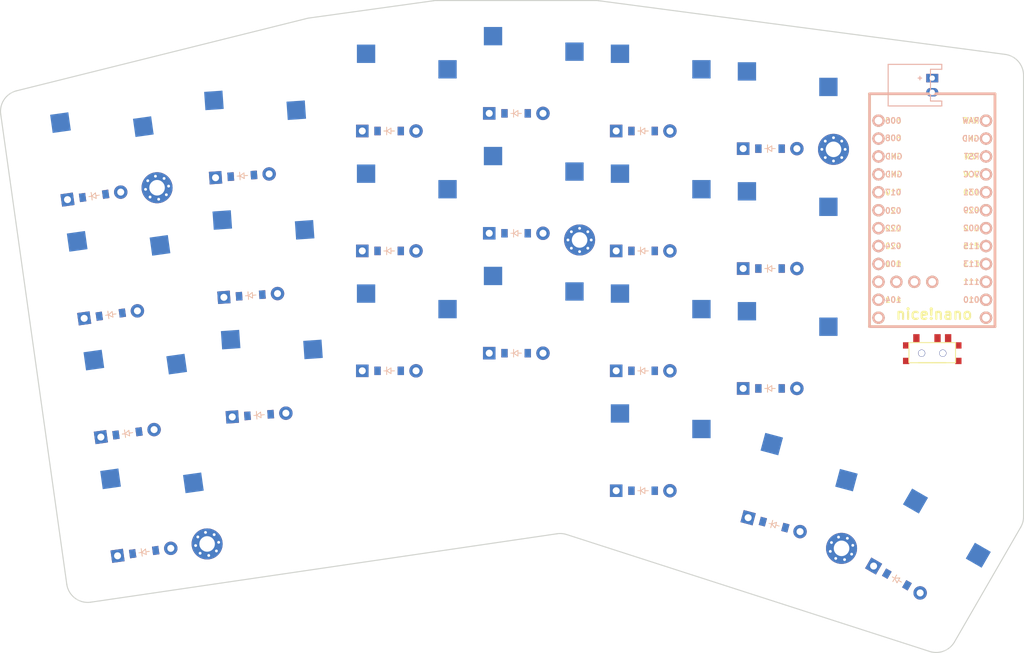
<source format=kicad_pcb>


(kicad_pcb (version 20171130) (host pcbnew 5.1.6)

  (page A3)
  (title_block
    (title "left_pcb")
    (rev "v1.0.0")
    (company "Unknown")
  )

  (general
    (thickness 1.6)
  )

  (layers
    (0 F.Cu signal)
    (31 B.Cu signal)
    (32 B.Adhes user)
    (33 F.Adhes user)
    (34 B.Paste user)
    (35 F.Paste user)
    (36 B.SilkS user)
    (37 F.SilkS user)
    (38 B.Mask user)
    (39 F.Mask user)
    (40 Dwgs.User user)
    (41 Cmts.User user)
    (42 Eco1.User user)
    (43 Eco2.User user)
    (44 Edge.Cuts user)
    (45 Margin user)
    (46 B.CrtYd user)
    (47 F.CrtYd user)
    (48 B.Fab user)
    (49 F.Fab user)
  )

  (setup
    (last_trace_width 0.25)
    (trace_clearance 0.2)
    (zone_clearance 0.508)
    (zone_45_only no)
    (trace_min 0.2)
    (via_size 0.8)
    (via_drill 0.4)
    (via_min_size 0.4)
    (via_min_drill 0.3)
    (uvia_size 0.3)
    (uvia_drill 0.1)
    (uvias_allowed no)
    (uvia_min_size 0.2)
    (uvia_min_drill 0.1)
    (edge_width 0.05)
    (segment_width 0.2)
    (pcb_text_width 0.3)
    (pcb_text_size 1.5 1.5)
    (mod_edge_width 0.12)
    (mod_text_size 1 1)
    (mod_text_width 0.15)
    (pad_size 1.524 1.524)
    (pad_drill 0.762)
    (pad_to_mask_clearance 0.05)
    (aux_axis_origin 0 0)
    (visible_elements FFFFFF7F)
    (pcbplotparams
      (layerselection 0x010fc_ffffffff)
      (usegerberextensions false)
      (usegerberattributes true)
      (usegerberadvancedattributes true)
      (creategerberjobfile true)
      (excludeedgelayer true)
      (linewidth 0.100000)
      (plotframeref false)
      (viasonmask false)
      (mode 1)
      (useauxorigin false)
      (hpglpennumber 1)
      (hpglpenspeed 20)
      (hpglpendiameter 15.000000)
      (psnegative false)
      (psa4output false)
      (plotreference true)
      (plotvalue true)
      (plotinvisibletext false)
      (padsonsilk false)
      (subtractmaskfromsilk false)
      (outputformat 1)
      (mirror false)
      (drillshape 1)
      (scaleselection 1)
      (outputdirectory ""))
  )

  (net 0 "")
(net 1 "P020")
(net 2 "outer_mod")
(net 3 "outer_bottom")
(net 4 "outer_home")
(net 5 "outer_top")
(net 6 "P022")
(net 7 "pinky_bottom")
(net 8 "pinky_home")
(net 9 "pinky_top")
(net 10 "P024")
(net 11 "ring_bottom")
(net 12 "ring_home")
(net 13 "ring_top")
(net 14 "P100")
(net 15 "middle_bottom")
(net 16 "middle_home")
(net 17 "middle_top")
(net 18 "index_mod")
(net 19 "P011")
(net 20 "index_bottom")
(net 21 "index_home")
(net 22 "index_top")
(net 23 "P104")
(net 24 "inner_bottom")
(net 25 "inner_home")
(net 26 "inner_top")
(net 27 "layer_cluster")
(net 28 "space_cluster")
(net 29 "P115")
(net 30 "P002")
(net 31 "P029")
(net 32 "P031")
(net 33 "RAW")
(net 34 "GND")
(net 35 "RST")
(net 36 "VCC")
(net 37 "P113")
(net 38 "P111")
(net 39 "P010")
(net 40 "P009")
(net 41 "P006")
(net 42 "P008")
(net 43 "P017")
(net 44 "P106")
(net 45 "P101")
(net 46 "P102")
(net 47 "P107")
(net 48 "pos")

  (net_class Default "This is the default net class."
    (clearance 0.2)
    (trace_width 0.25)
    (via_dia 0.8)
    (via_drill 0.4)
    (uvia_dia 0.3)
    (uvia_drill 0.1)
    (add_net "")
(add_net "P020")
(add_net "outer_mod")
(add_net "outer_bottom")
(add_net "outer_home")
(add_net "outer_top")
(add_net "P022")
(add_net "pinky_bottom")
(add_net "pinky_home")
(add_net "pinky_top")
(add_net "P024")
(add_net "ring_bottom")
(add_net "ring_home")
(add_net "ring_top")
(add_net "P100")
(add_net "middle_bottom")
(add_net "middle_home")
(add_net "middle_top")
(add_net "index_mod")
(add_net "P011")
(add_net "index_bottom")
(add_net "index_home")
(add_net "index_top")
(add_net "P104")
(add_net "inner_bottom")
(add_net "inner_home")
(add_net "inner_top")
(add_net "layer_cluster")
(add_net "space_cluster")
(add_net "P115")
(add_net "P002")
(add_net "P029")
(add_net "P031")
(add_net "RAW")
(add_net "GND")
(add_net "RST")
(add_net "VCC")
(add_net "P113")
(add_net "P111")
(add_net "P010")
(add_net "P009")
(add_net "P006")
(add_net "P008")
(add_net "P017")
(add_net "P106")
(add_net "P101")
(add_net "P102")
(add_net "P107")
(add_net "pos")
  )

  
        
      (module PG1350 (layer F.Cu) (tedit 5DD50112)
      (at 87.82482519999999 147.4948842 8)

      
      (fp_text reference "S1" (at 0 0) (layer F.SilkS) hide (effects (font (size 1.27 1.27) (thickness 0.15))))
      (fp_text value "" (at 0 0) (layer F.SilkS) hide (effects (font (size 1.27 1.27) (thickness 0.15))))

      
      (fp_line (start -7 -6) (end -7 -7) (layer Dwgs.User) (width 0.15))
      (fp_line (start -7 7) (end -6 7) (layer Dwgs.User) (width 0.15))
      (fp_line (start -6 -7) (end -7 -7) (layer Dwgs.User) (width 0.15))
      (fp_line (start -7 7) (end -7 6) (layer Dwgs.User) (width 0.15))
      (fp_line (start 7 6) (end 7 7) (layer Dwgs.User) (width 0.15))
      (fp_line (start 7 -7) (end 6 -7) (layer Dwgs.User) (width 0.15))
      (fp_line (start 6 7) (end 7 7) (layer Dwgs.User) (width 0.15))
      (fp_line (start 7 -7) (end 7 -6) (layer Dwgs.User) (width 0.15))      
      
      
      (pad "" np_thru_hole circle (at 0 0) (size 3.429 3.429) (drill 3.429) (layers *.Cu *.Mask))
        
      
      (pad "" np_thru_hole circle (at 5.5 0) (size 1.7018 1.7018) (drill 1.7018) (layers *.Cu *.Mask))
      (pad "" np_thru_hole circle (at -5.5 0) (size 1.7018 1.7018) (drill 1.7018) (layers *.Cu *.Mask))
      
        
      
      (fp_line (start -9 -8.5) (end 9 -8.5) (layer Dwgs.User) (width 0.15))
      (fp_line (start 9 -8.5) (end 9 8.5) (layer Dwgs.User) (width 0.15))
      (fp_line (start 9 8.5) (end -9 8.5) (layer Dwgs.User) (width 0.15))
      (fp_line (start -9 8.5) (end -9 -8.5) (layer Dwgs.User) (width 0.15))
      
        
          
          (pad "" np_thru_hole circle (at 5 -3.75) (size 3 3) (drill 3) (layers *.Cu *.Mask))
          (pad "" np_thru_hole circle (at 0 -5.95) (size 3 3) (drill 3) (layers *.Cu *.Mask))
      
          
          (pad 1 smd rect (at -3.275 -5.95 8) (size 2.6 2.6) (layers B.Cu B.Paste B.Mask)  (net 1 "P020"))
          (pad 2 smd rect (at 8.275 -3.75 8) (size 2.6 2.6) (layers B.Cu B.Paste B.Mask)  (net 2 "outer_mod"))
        )
        

        
      (module PG1350 (layer F.Cu) (tedit 5DD50112)
      (at 85.45888249999999 130.660327 8)

      
      (fp_text reference "S2" (at 0 0) (layer F.SilkS) hide (effects (font (size 1.27 1.27) (thickness 0.15))))
      (fp_text value "" (at 0 0) (layer F.SilkS) hide (effects (font (size 1.27 1.27) (thickness 0.15))))

      
      (fp_line (start -7 -6) (end -7 -7) (layer Dwgs.User) (width 0.15))
      (fp_line (start -7 7) (end -6 7) (layer Dwgs.User) (width 0.15))
      (fp_line (start -6 -7) (end -7 -7) (layer Dwgs.User) (width 0.15))
      (fp_line (start -7 7) (end -7 6) (layer Dwgs.User) (width 0.15))
      (fp_line (start 7 6) (end 7 7) (layer Dwgs.User) (width 0.15))
      (fp_line (start 7 -7) (end 6 -7) (layer Dwgs.User) (width 0.15))
      (fp_line (start 6 7) (end 7 7) (layer Dwgs.User) (width 0.15))
      (fp_line (start 7 -7) (end 7 -6) (layer Dwgs.User) (width 0.15))      
      
      
      (pad "" np_thru_hole circle (at 0 0) (size 3.429 3.429) (drill 3.429) (layers *.Cu *.Mask))
        
      
      (pad "" np_thru_hole circle (at 5.5 0) (size 1.7018 1.7018) (drill 1.7018) (layers *.Cu *.Mask))
      (pad "" np_thru_hole circle (at -5.5 0) (size 1.7018 1.7018) (drill 1.7018) (layers *.Cu *.Mask))
      
        
      
      (fp_line (start -9 -8.5) (end 9 -8.5) (layer Dwgs.User) (width 0.15))
      (fp_line (start 9 -8.5) (end 9 8.5) (layer Dwgs.User) (width 0.15))
      (fp_line (start 9 8.5) (end -9 8.5) (layer Dwgs.User) (width 0.15))
      (fp_line (start -9 8.5) (end -9 -8.5) (layer Dwgs.User) (width 0.15))
      
        
          
          (pad "" np_thru_hole circle (at 5 -3.75) (size 3 3) (drill 3) (layers *.Cu *.Mask))
          (pad "" np_thru_hole circle (at 0 -5.95) (size 3 3) (drill 3) (layers *.Cu *.Mask))
      
          
          (pad 1 smd rect (at -3.275 -5.95 8) (size 2.6 2.6) (layers B.Cu B.Paste B.Mask)  (net 1 "P020"))
          (pad 2 smd rect (at 8.275 -3.75 8) (size 2.6 2.6) (layers B.Cu B.Paste B.Mask)  (net 3 "outer_bottom"))
        )
        

        
      (module PG1350 (layer F.Cu) (tedit 5DD50112)
      (at 83.09293979999998 113.82576979999999 8)

      
      (fp_text reference "S3" (at 0 0) (layer F.SilkS) hide (effects (font (size 1.27 1.27) (thickness 0.15))))
      (fp_text value "" (at 0 0) (layer F.SilkS) hide (effects (font (size 1.27 1.27) (thickness 0.15))))

      
      (fp_line (start -7 -6) (end -7 -7) (layer Dwgs.User) (width 0.15))
      (fp_line (start -7 7) (end -6 7) (layer Dwgs.User) (width 0.15))
      (fp_line (start -6 -7) (end -7 -7) (layer Dwgs.User) (width 0.15))
      (fp_line (start -7 7) (end -7 6) (layer Dwgs.User) (width 0.15))
      (fp_line (start 7 6) (end 7 7) (layer Dwgs.User) (width 0.15))
      (fp_line (start 7 -7) (end 6 -7) (layer Dwgs.User) (width 0.15))
      (fp_line (start 6 7) (end 7 7) (layer Dwgs.User) (width 0.15))
      (fp_line (start 7 -7) (end 7 -6) (layer Dwgs.User) (width 0.15))      
      
      
      (pad "" np_thru_hole circle (at 0 0) (size 3.429 3.429) (drill 3.429) (layers *.Cu *.Mask))
        
      
      (pad "" np_thru_hole circle (at 5.5 0) (size 1.7018 1.7018) (drill 1.7018) (layers *.Cu *.Mask))
      (pad "" np_thru_hole circle (at -5.5 0) (size 1.7018 1.7018) (drill 1.7018) (layers *.Cu *.Mask))
      
        
      
      (fp_line (start -9 -8.5) (end 9 -8.5) (layer Dwgs.User) (width 0.15))
      (fp_line (start 9 -8.5) (end 9 8.5) (layer Dwgs.User) (width 0.15))
      (fp_line (start 9 8.5) (end -9 8.5) (layer Dwgs.User) (width 0.15))
      (fp_line (start -9 8.5) (end -9 -8.5) (layer Dwgs.User) (width 0.15))
      
        
          
          (pad "" np_thru_hole circle (at 5 -3.75) (size 3 3) (drill 3) (layers *.Cu *.Mask))
          (pad "" np_thru_hole circle (at 0 -5.95) (size 3 3) (drill 3) (layers *.Cu *.Mask))
      
          
          (pad 1 smd rect (at -3.275 -5.95 8) (size 2.6 2.6) (layers B.Cu B.Paste B.Mask)  (net 1 "P020"))
          (pad 2 smd rect (at 8.275 -3.75 8) (size 2.6 2.6) (layers B.Cu B.Paste B.Mask)  (net 4 "outer_home"))
        )
        

        
      (module PG1350 (layer F.Cu) (tedit 5DD50112)
      (at 80.72699709999998 96.99121259999998 8)

      
      (fp_text reference "S4" (at 0 0) (layer F.SilkS) hide (effects (font (size 1.27 1.27) (thickness 0.15))))
      (fp_text value "" (at 0 0) (layer F.SilkS) hide (effects (font (size 1.27 1.27) (thickness 0.15))))

      
      (fp_line (start -7 -6) (end -7 -7) (layer Dwgs.User) (width 0.15))
      (fp_line (start -7 7) (end -6 7) (layer Dwgs.User) (width 0.15))
      (fp_line (start -6 -7) (end -7 -7) (layer Dwgs.User) (width 0.15))
      (fp_line (start -7 7) (end -7 6) (layer Dwgs.User) (width 0.15))
      (fp_line (start 7 6) (end 7 7) (layer Dwgs.User) (width 0.15))
      (fp_line (start 7 -7) (end 6 -7) (layer Dwgs.User) (width 0.15))
      (fp_line (start 6 7) (end 7 7) (layer Dwgs.User) (width 0.15))
      (fp_line (start 7 -7) (end 7 -6) (layer Dwgs.User) (width 0.15))      
      
      
      (pad "" np_thru_hole circle (at 0 0) (size 3.429 3.429) (drill 3.429) (layers *.Cu *.Mask))
        
      
      (pad "" np_thru_hole circle (at 5.5 0) (size 1.7018 1.7018) (drill 1.7018) (layers *.Cu *.Mask))
      (pad "" np_thru_hole circle (at -5.5 0) (size 1.7018 1.7018) (drill 1.7018) (layers *.Cu *.Mask))
      
        
      
      (fp_line (start -9 -8.5) (end 9 -8.5) (layer Dwgs.User) (width 0.15))
      (fp_line (start 9 -8.5) (end 9 8.5) (layer Dwgs.User) (width 0.15))
      (fp_line (start 9 8.5) (end -9 8.5) (layer Dwgs.User) (width 0.15))
      (fp_line (start -9 8.5) (end -9 -8.5) (layer Dwgs.User) (width 0.15))
      
        
          
          (pad "" np_thru_hole circle (at 5 -3.75) (size 3 3) (drill 3) (layers *.Cu *.Mask))
          (pad "" np_thru_hole circle (at 0 -5.95) (size 3 3) (drill 3) (layers *.Cu *.Mask))
      
          
          (pad 1 smd rect (at -3.275 -5.95 8) (size 2.6 2.6) (layers B.Cu B.Paste B.Mask)  (net 1 "P020"))
          (pad 2 smd rect (at 8.275 -3.75 8) (size 2.6 2.6) (layers B.Cu B.Paste B.Mask)  (net 5 "outer_top"))
        )
        

        
      (module PG1350 (layer F.Cu) (tedit 5DD50112)
      (at 104.46379040000001 128.0311795 4)

      
      (fp_text reference "S5" (at 0 0) (layer F.SilkS) hide (effects (font (size 1.27 1.27) (thickness 0.15))))
      (fp_text value "" (at 0 0) (layer F.SilkS) hide (effects (font (size 1.27 1.27) (thickness 0.15))))

      
      (fp_line (start -7 -6) (end -7 -7) (layer Dwgs.User) (width 0.15))
      (fp_line (start -7 7) (end -6 7) (layer Dwgs.User) (width 0.15))
      (fp_line (start -6 -7) (end -7 -7) (layer Dwgs.User) (width 0.15))
      (fp_line (start -7 7) (end -7 6) (layer Dwgs.User) (width 0.15))
      (fp_line (start 7 6) (end 7 7) (layer Dwgs.User) (width 0.15))
      (fp_line (start 7 -7) (end 6 -7) (layer Dwgs.User) (width 0.15))
      (fp_line (start 6 7) (end 7 7) (layer Dwgs.User) (width 0.15))
      (fp_line (start 7 -7) (end 7 -6) (layer Dwgs.User) (width 0.15))      
      
      
      (pad "" np_thru_hole circle (at 0 0) (size 3.429 3.429) (drill 3.429) (layers *.Cu *.Mask))
        
      
      (pad "" np_thru_hole circle (at 5.5 0) (size 1.7018 1.7018) (drill 1.7018) (layers *.Cu *.Mask))
      (pad "" np_thru_hole circle (at -5.5 0) (size 1.7018 1.7018) (drill 1.7018) (layers *.Cu *.Mask))
      
        
      
      (fp_line (start -9 -8.5) (end 9 -8.5) (layer Dwgs.User) (width 0.15))
      (fp_line (start 9 -8.5) (end 9 8.5) (layer Dwgs.User) (width 0.15))
      (fp_line (start 9 8.5) (end -9 8.5) (layer Dwgs.User) (width 0.15))
      (fp_line (start -9 8.5) (end -9 -8.5) (layer Dwgs.User) (width 0.15))
      
        
          
          (pad "" np_thru_hole circle (at 5 -3.75) (size 3 3) (drill 3) (layers *.Cu *.Mask))
          (pad "" np_thru_hole circle (at 0 -5.95) (size 3 3) (drill 3) (layers *.Cu *.Mask))
      
          
          (pad 1 smd rect (at -3.275 -5.95 4) (size 2.6 2.6) (layers B.Cu B.Paste B.Mask)  (net 6 "P022"))
          (pad 2 smd rect (at 8.275 -3.75 4) (size 2.6 2.6) (layers B.Cu B.Paste B.Mask)  (net 7 "pinky_bottom"))
        )
        

        
      (module PG1350 (layer F.Cu) (tedit 5DD50112)
      (at 103.27793030000001 111.07259060000001 4)

      
      (fp_text reference "S6" (at 0 0) (layer F.SilkS) hide (effects (font (size 1.27 1.27) (thickness 0.15))))
      (fp_text value "" (at 0 0) (layer F.SilkS) hide (effects (font (size 1.27 1.27) (thickness 0.15))))

      
      (fp_line (start -7 -6) (end -7 -7) (layer Dwgs.User) (width 0.15))
      (fp_line (start -7 7) (end -6 7) (layer Dwgs.User) (width 0.15))
      (fp_line (start -6 -7) (end -7 -7) (layer Dwgs.User) (width 0.15))
      (fp_line (start -7 7) (end -7 6) (layer Dwgs.User) (width 0.15))
      (fp_line (start 7 6) (end 7 7) (layer Dwgs.User) (width 0.15))
      (fp_line (start 7 -7) (end 6 -7) (layer Dwgs.User) (width 0.15))
      (fp_line (start 6 7) (end 7 7) (layer Dwgs.User) (width 0.15))
      (fp_line (start 7 -7) (end 7 -6) (layer Dwgs.User) (width 0.15))      
      
      
      (pad "" np_thru_hole circle (at 0 0) (size 3.429 3.429) (drill 3.429) (layers *.Cu *.Mask))
        
      
      (pad "" np_thru_hole circle (at 5.5 0) (size 1.7018 1.7018) (drill 1.7018) (layers *.Cu *.Mask))
      (pad "" np_thru_hole circle (at -5.5 0) (size 1.7018 1.7018) (drill 1.7018) (layers *.Cu *.Mask))
      
        
      
      (fp_line (start -9 -8.5) (end 9 -8.5) (layer Dwgs.User) (width 0.15))
      (fp_line (start 9 -8.5) (end 9 8.5) (layer Dwgs.User) (width 0.15))
      (fp_line (start 9 8.5) (end -9 8.5) (layer Dwgs.User) (width 0.15))
      (fp_line (start -9 8.5) (end -9 -8.5) (layer Dwgs.User) (width 0.15))
      
        
          
          (pad "" np_thru_hole circle (at 5 -3.75) (size 3 3) (drill 3) (layers *.Cu *.Mask))
          (pad "" np_thru_hole circle (at 0 -5.95) (size 3 3) (drill 3) (layers *.Cu *.Mask))
      
          
          (pad 1 smd rect (at -3.275 -5.95 4) (size 2.6 2.6) (layers B.Cu B.Paste B.Mask)  (net 6 "P022"))
          (pad 2 smd rect (at 8.275 -3.75 4) (size 2.6 2.6) (layers B.Cu B.Paste B.Mask)  (net 8 "pinky_home"))
        )
        

        
      (module PG1350 (layer F.Cu) (tedit 5DD50112)
      (at 102.09207020000001 94.11400170000002 4)

      
      (fp_text reference "S7" (at 0 0) (layer F.SilkS) hide (effects (font (size 1.27 1.27) (thickness 0.15))))
      (fp_text value "" (at 0 0) (layer F.SilkS) hide (effects (font (size 1.27 1.27) (thickness 0.15))))

      
      (fp_line (start -7 -6) (end -7 -7) (layer Dwgs.User) (width 0.15))
      (fp_line (start -7 7) (end -6 7) (layer Dwgs.User) (width 0.15))
      (fp_line (start -6 -7) (end -7 -7) (layer Dwgs.User) (width 0.15))
      (fp_line (start -7 7) (end -7 6) (layer Dwgs.User) (width 0.15))
      (fp_line (start 7 6) (end 7 7) (layer Dwgs.User) (width 0.15))
      (fp_line (start 7 -7) (end 6 -7) (layer Dwgs.User) (width 0.15))
      (fp_line (start 6 7) (end 7 7) (layer Dwgs.User) (width 0.15))
      (fp_line (start 7 -7) (end 7 -6) (layer Dwgs.User) (width 0.15))      
      
      
      (pad "" np_thru_hole circle (at 0 0) (size 3.429 3.429) (drill 3.429) (layers *.Cu *.Mask))
        
      
      (pad "" np_thru_hole circle (at 5.5 0) (size 1.7018 1.7018) (drill 1.7018) (layers *.Cu *.Mask))
      (pad "" np_thru_hole circle (at -5.5 0) (size 1.7018 1.7018) (drill 1.7018) (layers *.Cu *.Mask))
      
        
      
      (fp_line (start -9 -8.5) (end 9 -8.5) (layer Dwgs.User) (width 0.15))
      (fp_line (start 9 -8.5) (end 9 8.5) (layer Dwgs.User) (width 0.15))
      (fp_line (start 9 8.5) (end -9 8.5) (layer Dwgs.User) (width 0.15))
      (fp_line (start -9 8.5) (end -9 -8.5) (layer Dwgs.User) (width 0.15))
      
        
          
          (pad "" np_thru_hole circle (at 5 -3.75) (size 3 3) (drill 3) (layers *.Cu *.Mask))
          (pad "" np_thru_hole circle (at 0 -5.95) (size 3 3) (drill 3) (layers *.Cu *.Mask))
      
          
          (pad 1 smd rect (at -3.275 -5.95 4) (size 2.6 2.6) (layers B.Cu B.Paste B.Mask)  (net 6 "P022"))
          (pad 2 smd rect (at 8.275 -3.75 4) (size 2.6 2.6) (layers B.Cu B.Paste B.Mask)  (net 9 "pinky_top"))
        )
        

        
      (module PG1350 (layer F.Cu) (tedit 5DD50112)
      (at 123.25702100000001 121.74633159999999 0)

      
      (fp_text reference "S8" (at 0 0) (layer F.SilkS) hide (effects (font (size 1.27 1.27) (thickness 0.15))))
      (fp_text value "" (at 0 0) (layer F.SilkS) hide (effects (font (size 1.27 1.27) (thickness 0.15))))

      
      (fp_line (start -7 -6) (end -7 -7) (layer Dwgs.User) (width 0.15))
      (fp_line (start -7 7) (end -6 7) (layer Dwgs.User) (width 0.15))
      (fp_line (start -6 -7) (end -7 -7) (layer Dwgs.User) (width 0.15))
      (fp_line (start -7 7) (end -7 6) (layer Dwgs.User) (width 0.15))
      (fp_line (start 7 6) (end 7 7) (layer Dwgs.User) (width 0.15))
      (fp_line (start 7 -7) (end 6 -7) (layer Dwgs.User) (width 0.15))
      (fp_line (start 6 7) (end 7 7) (layer Dwgs.User) (width 0.15))
      (fp_line (start 7 -7) (end 7 -6) (layer Dwgs.User) (width 0.15))      
      
      
      (pad "" np_thru_hole circle (at 0 0) (size 3.429 3.429) (drill 3.429) (layers *.Cu *.Mask))
        
      
      (pad "" np_thru_hole circle (at 5.5 0) (size 1.7018 1.7018) (drill 1.7018) (layers *.Cu *.Mask))
      (pad "" np_thru_hole circle (at -5.5 0) (size 1.7018 1.7018) (drill 1.7018) (layers *.Cu *.Mask))
      
        
      
      (fp_line (start -9 -8.5) (end 9 -8.5) (layer Dwgs.User) (width 0.15))
      (fp_line (start 9 -8.5) (end 9 8.5) (layer Dwgs.User) (width 0.15))
      (fp_line (start 9 8.5) (end -9 8.5) (layer Dwgs.User) (width 0.15))
      (fp_line (start -9 8.5) (end -9 -8.5) (layer Dwgs.User) (width 0.15))
      
        
          
          (pad "" np_thru_hole circle (at 5 -3.75) (size 3 3) (drill 3) (layers *.Cu *.Mask))
          (pad "" np_thru_hole circle (at 0 -5.95) (size 3 3) (drill 3) (layers *.Cu *.Mask))
      
          
          (pad 1 smd rect (at -3.275 -5.95 0) (size 2.6 2.6) (layers B.Cu B.Paste B.Mask)  (net 10 "P024"))
          (pad 2 smd rect (at 8.275 -3.75 0) (size 2.6 2.6) (layers B.Cu B.Paste B.Mask)  (net 11 "ring_bottom"))
        )
        

        
      (module PG1350 (layer F.Cu) (tedit 5DD50112)
      (at 123.25702100000001 104.74633159999999 0)

      
      (fp_text reference "S9" (at 0 0) (layer F.SilkS) hide (effects (font (size 1.27 1.27) (thickness 0.15))))
      (fp_text value "" (at 0 0) (layer F.SilkS) hide (effects (font (size 1.27 1.27) (thickness 0.15))))

      
      (fp_line (start -7 -6) (end -7 -7) (layer Dwgs.User) (width 0.15))
      (fp_line (start -7 7) (end -6 7) (layer Dwgs.User) (width 0.15))
      (fp_line (start -6 -7) (end -7 -7) (layer Dwgs.User) (width 0.15))
      (fp_line (start -7 7) (end -7 6) (layer Dwgs.User) (width 0.15))
      (fp_line (start 7 6) (end 7 7) (layer Dwgs.User) (width 0.15))
      (fp_line (start 7 -7) (end 6 -7) (layer Dwgs.User) (width 0.15))
      (fp_line (start 6 7) (end 7 7) (layer Dwgs.User) (width 0.15))
      (fp_line (start 7 -7) (end 7 -6) (layer Dwgs.User) (width 0.15))      
      
      
      (pad "" np_thru_hole circle (at 0 0) (size 3.429 3.429) (drill 3.429) (layers *.Cu *.Mask))
        
      
      (pad "" np_thru_hole circle (at 5.5 0) (size 1.7018 1.7018) (drill 1.7018) (layers *.Cu *.Mask))
      (pad "" np_thru_hole circle (at -5.5 0) (size 1.7018 1.7018) (drill 1.7018) (layers *.Cu *.Mask))
      
        
      
      (fp_line (start -9 -8.5) (end 9 -8.5) (layer Dwgs.User) (width 0.15))
      (fp_line (start 9 -8.5) (end 9 8.5) (layer Dwgs.User) (width 0.15))
      (fp_line (start 9 8.5) (end -9 8.5) (layer Dwgs.User) (width 0.15))
      (fp_line (start -9 8.5) (end -9 -8.5) (layer Dwgs.User) (width 0.15))
      
        
          
          (pad "" np_thru_hole circle (at 5 -3.75) (size 3 3) (drill 3) (layers *.Cu *.Mask))
          (pad "" np_thru_hole circle (at 0 -5.95) (size 3 3) (drill 3) (layers *.Cu *.Mask))
      
          
          (pad 1 smd rect (at -3.275 -5.95 0) (size 2.6 2.6) (layers B.Cu B.Paste B.Mask)  (net 10 "P024"))
          (pad 2 smd rect (at 8.275 -3.75 0) (size 2.6 2.6) (layers B.Cu B.Paste B.Mask)  (net 12 "ring_home"))
        )
        

        
      (module PG1350 (layer F.Cu) (tedit 5DD50112)
      (at 123.25702100000001 87.74633159999999 0)

      
      (fp_text reference "S10" (at 0 0) (layer F.SilkS) hide (effects (font (size 1.27 1.27) (thickness 0.15))))
      (fp_text value "" (at 0 0) (layer F.SilkS) hide (effects (font (size 1.27 1.27) (thickness 0.15))))

      
      (fp_line (start -7 -6) (end -7 -7) (layer Dwgs.User) (width 0.15))
      (fp_line (start -7 7) (end -6 7) (layer Dwgs.User) (width 0.15))
      (fp_line (start -6 -7) (end -7 -7) (layer Dwgs.User) (width 0.15))
      (fp_line (start -7 7) (end -7 6) (layer Dwgs.User) (width 0.15))
      (fp_line (start 7 6) (end 7 7) (layer Dwgs.User) (width 0.15))
      (fp_line (start 7 -7) (end 6 -7) (layer Dwgs.User) (width 0.15))
      (fp_line (start 6 7) (end 7 7) (layer Dwgs.User) (width 0.15))
      (fp_line (start 7 -7) (end 7 -6) (layer Dwgs.User) (width 0.15))      
      
      
      (pad "" np_thru_hole circle (at 0 0) (size 3.429 3.429) (drill 3.429) (layers *.Cu *.Mask))
        
      
      (pad "" np_thru_hole circle (at 5.5 0) (size 1.7018 1.7018) (drill 1.7018) (layers *.Cu *.Mask))
      (pad "" np_thru_hole circle (at -5.5 0) (size 1.7018 1.7018) (drill 1.7018) (layers *.Cu *.Mask))
      
        
      
      (fp_line (start -9 -8.5) (end 9 -8.5) (layer Dwgs.User) (width 0.15))
      (fp_line (start 9 -8.5) (end 9 8.5) (layer Dwgs.User) (width 0.15))
      (fp_line (start 9 8.5) (end -9 8.5) (layer Dwgs.User) (width 0.15))
      (fp_line (start -9 8.5) (end -9 -8.5) (layer Dwgs.User) (width 0.15))
      
        
          
          (pad "" np_thru_hole circle (at 5 -3.75) (size 3 3) (drill 3) (layers *.Cu *.Mask))
          (pad "" np_thru_hole circle (at 0 -5.95) (size 3 3) (drill 3) (layers *.Cu *.Mask))
      
          
          (pad 1 smd rect (at -3.275 -5.95 0) (size 2.6 2.6) (layers B.Cu B.Paste B.Mask)  (net 10 "P024"))
          (pad 2 smd rect (at 8.275 -3.75 0) (size 2.6 2.6) (layers B.Cu B.Paste B.Mask)  (net 13 "ring_top"))
        )
        

        
      (module PG1350 (layer F.Cu) (tedit 5DD50112)
      (at 141.257021 119.24633159999999 0)

      
      (fp_text reference "S11" (at 0 0) (layer F.SilkS) hide (effects (font (size 1.27 1.27) (thickness 0.15))))
      (fp_text value "" (at 0 0) (layer F.SilkS) hide (effects (font (size 1.27 1.27) (thickness 0.15))))

      
      (fp_line (start -7 -6) (end -7 -7) (layer Dwgs.User) (width 0.15))
      (fp_line (start -7 7) (end -6 7) (layer Dwgs.User) (width 0.15))
      (fp_line (start -6 -7) (end -7 -7) (layer Dwgs.User) (width 0.15))
      (fp_line (start -7 7) (end -7 6) (layer Dwgs.User) (width 0.15))
      (fp_line (start 7 6) (end 7 7) (layer Dwgs.User) (width 0.15))
      (fp_line (start 7 -7) (end 6 -7) (layer Dwgs.User) (width 0.15))
      (fp_line (start 6 7) (end 7 7) (layer Dwgs.User) (width 0.15))
      (fp_line (start 7 -7) (end 7 -6) (layer Dwgs.User) (width 0.15))      
      
      
      (pad "" np_thru_hole circle (at 0 0) (size 3.429 3.429) (drill 3.429) (layers *.Cu *.Mask))
        
      
      (pad "" np_thru_hole circle (at 5.5 0) (size 1.7018 1.7018) (drill 1.7018) (layers *.Cu *.Mask))
      (pad "" np_thru_hole circle (at -5.5 0) (size 1.7018 1.7018) (drill 1.7018) (layers *.Cu *.Mask))
      
        
      
      (fp_line (start -9 -8.5) (end 9 -8.5) (layer Dwgs.User) (width 0.15))
      (fp_line (start 9 -8.5) (end 9 8.5) (layer Dwgs.User) (width 0.15))
      (fp_line (start 9 8.5) (end -9 8.5) (layer Dwgs.User) (width 0.15))
      (fp_line (start -9 8.5) (end -9 -8.5) (layer Dwgs.User) (width 0.15))
      
        
          
          (pad "" np_thru_hole circle (at 5 -3.75) (size 3 3) (drill 3) (layers *.Cu *.Mask))
          (pad "" np_thru_hole circle (at 0 -5.95) (size 3 3) (drill 3) (layers *.Cu *.Mask))
      
          
          (pad 1 smd rect (at -3.275 -5.95 0) (size 2.6 2.6) (layers B.Cu B.Paste B.Mask)  (net 14 "P100"))
          (pad 2 smd rect (at 8.275 -3.75 0) (size 2.6 2.6) (layers B.Cu B.Paste B.Mask)  (net 15 "middle_bottom"))
        )
        

        
      (module PG1350 (layer F.Cu) (tedit 5DD50112)
      (at 141.257021 102.24633159999999 0)

      
      (fp_text reference "S12" (at 0 0) (layer F.SilkS) hide (effects (font (size 1.27 1.27) (thickness 0.15))))
      (fp_text value "" (at 0 0) (layer F.SilkS) hide (effects (font (size 1.27 1.27) (thickness 0.15))))

      
      (fp_line (start -7 -6) (end -7 -7) (layer Dwgs.User) (width 0.15))
      (fp_line (start -7 7) (end -6 7) (layer Dwgs.User) (width 0.15))
      (fp_line (start -6 -7) (end -7 -7) (layer Dwgs.User) (width 0.15))
      (fp_line (start -7 7) (end -7 6) (layer Dwgs.User) (width 0.15))
      (fp_line (start 7 6) (end 7 7) (layer Dwgs.User) (width 0.15))
      (fp_line (start 7 -7) (end 6 -7) (layer Dwgs.User) (width 0.15))
      (fp_line (start 6 7) (end 7 7) (layer Dwgs.User) (width 0.15))
      (fp_line (start 7 -7) (end 7 -6) (layer Dwgs.User) (width 0.15))      
      
      
      (pad "" np_thru_hole circle (at 0 0) (size 3.429 3.429) (drill 3.429) (layers *.Cu *.Mask))
        
      
      (pad "" np_thru_hole circle (at 5.5 0) (size 1.7018 1.7018) (drill 1.7018) (layers *.Cu *.Mask))
      (pad "" np_thru_hole circle (at -5.5 0) (size 1.7018 1.7018) (drill 1.7018) (layers *.Cu *.Mask))
      
        
      
      (fp_line (start -9 -8.5) (end 9 -8.5) (layer Dwgs.User) (width 0.15))
      (fp_line (start 9 -8.5) (end 9 8.5) (layer Dwgs.User) (width 0.15))
      (fp_line (start 9 8.5) (end -9 8.5) (layer Dwgs.User) (width 0.15))
      (fp_line (start -9 8.5) (end -9 -8.5) (layer Dwgs.User) (width 0.15))
      
        
          
          (pad "" np_thru_hole circle (at 5 -3.75) (size 3 3) (drill 3) (layers *.Cu *.Mask))
          (pad "" np_thru_hole circle (at 0 -5.95) (size 3 3) (drill 3) (layers *.Cu *.Mask))
      
          
          (pad 1 smd rect (at -3.275 -5.95 0) (size 2.6 2.6) (layers B.Cu B.Paste B.Mask)  (net 14 "P100"))
          (pad 2 smd rect (at 8.275 -3.75 0) (size 2.6 2.6) (layers B.Cu B.Paste B.Mask)  (net 16 "middle_home"))
        )
        

        
      (module PG1350 (layer F.Cu) (tedit 5DD50112)
      (at 141.257021 85.24633159999999 0)

      
      (fp_text reference "S13" (at 0 0) (layer F.SilkS) hide (effects (font (size 1.27 1.27) (thickness 0.15))))
      (fp_text value "" (at 0 0) (layer F.SilkS) hide (effects (font (size 1.27 1.27) (thickness 0.15))))

      
      (fp_line (start -7 -6) (end -7 -7) (layer Dwgs.User) (width 0.15))
      (fp_line (start -7 7) (end -6 7) (layer Dwgs.User) (width 0.15))
      (fp_line (start -6 -7) (end -7 -7) (layer Dwgs.User) (width 0.15))
      (fp_line (start -7 7) (end -7 6) (layer Dwgs.User) (width 0.15))
      (fp_line (start 7 6) (end 7 7) (layer Dwgs.User) (width 0.15))
      (fp_line (start 7 -7) (end 6 -7) (layer Dwgs.User) (width 0.15))
      (fp_line (start 6 7) (end 7 7) (layer Dwgs.User) (width 0.15))
      (fp_line (start 7 -7) (end 7 -6) (layer Dwgs.User) (width 0.15))      
      
      
      (pad "" np_thru_hole circle (at 0 0) (size 3.429 3.429) (drill 3.429) (layers *.Cu *.Mask))
        
      
      (pad "" np_thru_hole circle (at 5.5 0) (size 1.7018 1.7018) (drill 1.7018) (layers *.Cu *.Mask))
      (pad "" np_thru_hole circle (at -5.5 0) (size 1.7018 1.7018) (drill 1.7018) (layers *.Cu *.Mask))
      
        
      
      (fp_line (start -9 -8.5) (end 9 -8.5) (layer Dwgs.User) (width 0.15))
      (fp_line (start 9 -8.5) (end 9 8.5) (layer Dwgs.User) (width 0.15))
      (fp_line (start 9 8.5) (end -9 8.5) (layer Dwgs.User) (width 0.15))
      (fp_line (start -9 8.5) (end -9 -8.5) (layer Dwgs.User) (width 0.15))
      
        
          
          (pad "" np_thru_hole circle (at 5 -3.75) (size 3 3) (drill 3) (layers *.Cu *.Mask))
          (pad "" np_thru_hole circle (at 0 -5.95) (size 3 3) (drill 3) (layers *.Cu *.Mask))
      
          
          (pad 1 smd rect (at -3.275 -5.95 0) (size 2.6 2.6) (layers B.Cu B.Paste B.Mask)  (net 14 "P100"))
          (pad 2 smd rect (at 8.275 -3.75 0) (size 2.6 2.6) (layers B.Cu B.Paste B.Mask)  (net 17 "middle_top"))
        )
        

        
      (module PG1350 (layer F.Cu) (tedit 5DD50112)
      (at 159.257021 138.74633169999998 0)

      
      (fp_text reference "S14" (at 0 0) (layer F.SilkS) hide (effects (font (size 1.27 1.27) (thickness 0.15))))
      (fp_text value "" (at 0 0) (layer F.SilkS) hide (effects (font (size 1.27 1.27) (thickness 0.15))))

      
      (fp_line (start -7 -6) (end -7 -7) (layer Dwgs.User) (width 0.15))
      (fp_line (start -7 7) (end -6 7) (layer Dwgs.User) (width 0.15))
      (fp_line (start -6 -7) (end -7 -7) (layer Dwgs.User) (width 0.15))
      (fp_line (start -7 7) (end -7 6) (layer Dwgs.User) (width 0.15))
      (fp_line (start 7 6) (end 7 7) (layer Dwgs.User) (width 0.15))
      (fp_line (start 7 -7) (end 6 -7) (layer Dwgs.User) (width 0.15))
      (fp_line (start 6 7) (end 7 7) (layer Dwgs.User) (width 0.15))
      (fp_line (start 7 -7) (end 7 -6) (layer Dwgs.User) (width 0.15))      
      
      
      (pad "" np_thru_hole circle (at 0 0) (size 3.429 3.429) (drill 3.429) (layers *.Cu *.Mask))
        
      
      (pad "" np_thru_hole circle (at 5.5 0) (size 1.7018 1.7018) (drill 1.7018) (layers *.Cu *.Mask))
      (pad "" np_thru_hole circle (at -5.5 0) (size 1.7018 1.7018) (drill 1.7018) (layers *.Cu *.Mask))
      
        
      
      (fp_line (start -9 -8.5) (end 9 -8.5) (layer Dwgs.User) (width 0.15))
      (fp_line (start 9 -8.5) (end 9 8.5) (layer Dwgs.User) (width 0.15))
      (fp_line (start 9 8.5) (end -9 8.5) (layer Dwgs.User) (width 0.15))
      (fp_line (start -9 8.5) (end -9 -8.5) (layer Dwgs.User) (width 0.15))
      
        
          
          (pad "" np_thru_hole circle (at 5 -3.75) (size 3 3) (drill 3) (layers *.Cu *.Mask))
          (pad "" np_thru_hole circle (at 0 -5.95) (size 3 3) (drill 3) (layers *.Cu *.Mask))
      
          
          (pad 1 smd rect (at -3.275 -5.95 0) (size 2.6 2.6) (layers B.Cu B.Paste B.Mask)  (net 14 "P100"))
          (pad 2 smd rect (at 8.275 -3.75 0) (size 2.6 2.6) (layers B.Cu B.Paste B.Mask)  (net 18 "index_mod"))
        )
        

        
      (module PG1350 (layer F.Cu) (tedit 5DD50112)
      (at 159.257021 121.74633169999998 0)

      
      (fp_text reference "S15" (at 0 0) (layer F.SilkS) hide (effects (font (size 1.27 1.27) (thickness 0.15))))
      (fp_text value "" (at 0 0) (layer F.SilkS) hide (effects (font (size 1.27 1.27) (thickness 0.15))))

      
      (fp_line (start -7 -6) (end -7 -7) (layer Dwgs.User) (width 0.15))
      (fp_line (start -7 7) (end -6 7) (layer Dwgs.User) (width 0.15))
      (fp_line (start -6 -7) (end -7 -7) (layer Dwgs.User) (width 0.15))
      (fp_line (start -7 7) (end -7 6) (layer Dwgs.User) (width 0.15))
      (fp_line (start 7 6) (end 7 7) (layer Dwgs.User) (width 0.15))
      (fp_line (start 7 -7) (end 6 -7) (layer Dwgs.User) (width 0.15))
      (fp_line (start 6 7) (end 7 7) (layer Dwgs.User) (width 0.15))
      (fp_line (start 7 -7) (end 7 -6) (layer Dwgs.User) (width 0.15))      
      
      
      (pad "" np_thru_hole circle (at 0 0) (size 3.429 3.429) (drill 3.429) (layers *.Cu *.Mask))
        
      
      (pad "" np_thru_hole circle (at 5.5 0) (size 1.7018 1.7018) (drill 1.7018) (layers *.Cu *.Mask))
      (pad "" np_thru_hole circle (at -5.5 0) (size 1.7018 1.7018) (drill 1.7018) (layers *.Cu *.Mask))
      
        
      
      (fp_line (start -9 -8.5) (end 9 -8.5) (layer Dwgs.User) (width 0.15))
      (fp_line (start 9 -8.5) (end 9 8.5) (layer Dwgs.User) (width 0.15))
      (fp_line (start 9 8.5) (end -9 8.5) (layer Dwgs.User) (width 0.15))
      (fp_line (start -9 8.5) (end -9 -8.5) (layer Dwgs.User) (width 0.15))
      
        
          
          (pad "" np_thru_hole circle (at 5 -3.75) (size 3 3) (drill 3) (layers *.Cu *.Mask))
          (pad "" np_thru_hole circle (at 0 -5.95) (size 3 3) (drill 3) (layers *.Cu *.Mask))
      
          
          (pad 1 smd rect (at -3.275 -5.95 0) (size 2.6 2.6) (layers B.Cu B.Paste B.Mask)  (net 19 "P011"))
          (pad 2 smd rect (at 8.275 -3.75 0) (size 2.6 2.6) (layers B.Cu B.Paste B.Mask)  (net 20 "index_bottom"))
        )
        

        
      (module PG1350 (layer F.Cu) (tedit 5DD50112)
      (at 159.257021 104.74633169999998 0)

      
      (fp_text reference "S16" (at 0 0) (layer F.SilkS) hide (effects (font (size 1.27 1.27) (thickness 0.15))))
      (fp_text value "" (at 0 0) (layer F.SilkS) hide (effects (font (size 1.27 1.27) (thickness 0.15))))

      
      (fp_line (start -7 -6) (end -7 -7) (layer Dwgs.User) (width 0.15))
      (fp_line (start -7 7) (end -6 7) (layer Dwgs.User) (width 0.15))
      (fp_line (start -6 -7) (end -7 -7) (layer Dwgs.User) (width 0.15))
      (fp_line (start -7 7) (end -7 6) (layer Dwgs.User) (width 0.15))
      (fp_line (start 7 6) (end 7 7) (layer Dwgs.User) (width 0.15))
      (fp_line (start 7 -7) (end 6 -7) (layer Dwgs.User) (width 0.15))
      (fp_line (start 6 7) (end 7 7) (layer Dwgs.User) (width 0.15))
      (fp_line (start 7 -7) (end 7 -6) (layer Dwgs.User) (width 0.15))      
      
      
      (pad "" np_thru_hole circle (at 0 0) (size 3.429 3.429) (drill 3.429) (layers *.Cu *.Mask))
        
      
      (pad "" np_thru_hole circle (at 5.5 0) (size 1.7018 1.7018) (drill 1.7018) (layers *.Cu *.Mask))
      (pad "" np_thru_hole circle (at -5.5 0) (size 1.7018 1.7018) (drill 1.7018) (layers *.Cu *.Mask))
      
        
      
      (fp_line (start -9 -8.5) (end 9 -8.5) (layer Dwgs.User) (width 0.15))
      (fp_line (start 9 -8.5) (end 9 8.5) (layer Dwgs.User) (width 0.15))
      (fp_line (start 9 8.5) (end -9 8.5) (layer Dwgs.User) (width 0.15))
      (fp_line (start -9 8.5) (end -9 -8.5) (layer Dwgs.User) (width 0.15))
      
        
          
          (pad "" np_thru_hole circle (at 5 -3.75) (size 3 3) (drill 3) (layers *.Cu *.Mask))
          (pad "" np_thru_hole circle (at 0 -5.95) (size 3 3) (drill 3) (layers *.Cu *.Mask))
      
          
          (pad 1 smd rect (at -3.275 -5.95 0) (size 2.6 2.6) (layers B.Cu B.Paste B.Mask)  (net 19 "P011"))
          (pad 2 smd rect (at 8.275 -3.75 0) (size 2.6 2.6) (layers B.Cu B.Paste B.Mask)  (net 21 "index_home"))
        )
        

        
      (module PG1350 (layer F.Cu) (tedit 5DD50112)
      (at 159.257021 87.74633169999998 0)

      
      (fp_text reference "S17" (at 0 0) (layer F.SilkS) hide (effects (font (size 1.27 1.27) (thickness 0.15))))
      (fp_text value "" (at 0 0) (layer F.SilkS) hide (effects (font (size 1.27 1.27) (thickness 0.15))))

      
      (fp_line (start -7 -6) (end -7 -7) (layer Dwgs.User) (width 0.15))
      (fp_line (start -7 7) (end -6 7) (layer Dwgs.User) (width 0.15))
      (fp_line (start -6 -7) (end -7 -7) (layer Dwgs.User) (width 0.15))
      (fp_line (start -7 7) (end -7 6) (layer Dwgs.User) (width 0.15))
      (fp_line (start 7 6) (end 7 7) (layer Dwgs.User) (width 0.15))
      (fp_line (start 7 -7) (end 6 -7) (layer Dwgs.User) (width 0.15))
      (fp_line (start 6 7) (end 7 7) (layer Dwgs.User) (width 0.15))
      (fp_line (start 7 -7) (end 7 -6) (layer Dwgs.User) (width 0.15))      
      
      
      (pad "" np_thru_hole circle (at 0 0) (size 3.429 3.429) (drill 3.429) (layers *.Cu *.Mask))
        
      
      (pad "" np_thru_hole circle (at 5.5 0) (size 1.7018 1.7018) (drill 1.7018) (layers *.Cu *.Mask))
      (pad "" np_thru_hole circle (at -5.5 0) (size 1.7018 1.7018) (drill 1.7018) (layers *.Cu *.Mask))
      
        
      
      (fp_line (start -9 -8.5) (end 9 -8.5) (layer Dwgs.User) (width 0.15))
      (fp_line (start 9 -8.5) (end 9 8.5) (layer Dwgs.User) (width 0.15))
      (fp_line (start 9 8.5) (end -9 8.5) (layer Dwgs.User) (width 0.15))
      (fp_line (start -9 8.5) (end -9 -8.5) (layer Dwgs.User) (width 0.15))
      
        
          
          (pad "" np_thru_hole circle (at 5 -3.75) (size 3 3) (drill 3) (layers *.Cu *.Mask))
          (pad "" np_thru_hole circle (at 0 -5.95) (size 3 3) (drill 3) (layers *.Cu *.Mask))
      
          
          (pad 1 smd rect (at -3.275 -5.95 0) (size 2.6 2.6) (layers B.Cu B.Paste B.Mask)  (net 19 "P011"))
          (pad 2 smd rect (at 8.275 -3.75 0) (size 2.6 2.6) (layers B.Cu B.Paste B.Mask)  (net 22 "index_top"))
        )
        

        
      (module PG1350 (layer F.Cu) (tedit 5DD50112)
      (at 177.257021 124.24633159999999 0)

      
      (fp_text reference "S18" (at 0 0) (layer F.SilkS) hide (effects (font (size 1.27 1.27) (thickness 0.15))))
      (fp_text value "" (at 0 0) (layer F.SilkS) hide (effects (font (size 1.27 1.27) (thickness 0.15))))

      
      (fp_line (start -7 -6) (end -7 -7) (layer Dwgs.User) (width 0.15))
      (fp_line (start -7 7) (end -6 7) (layer Dwgs.User) (width 0.15))
      (fp_line (start -6 -7) (end -7 -7) (layer Dwgs.User) (width 0.15))
      (fp_line (start -7 7) (end -7 6) (layer Dwgs.User) (width 0.15))
      (fp_line (start 7 6) (end 7 7) (layer Dwgs.User) (width 0.15))
      (fp_line (start 7 -7) (end 6 -7) (layer Dwgs.User) (width 0.15))
      (fp_line (start 6 7) (end 7 7) (layer Dwgs.User) (width 0.15))
      (fp_line (start 7 -7) (end 7 -6) (layer Dwgs.User) (width 0.15))      
      
      
      (pad "" np_thru_hole circle (at 0 0) (size 3.429 3.429) (drill 3.429) (layers *.Cu *.Mask))
        
      
      (pad "" np_thru_hole circle (at 5.5 0) (size 1.7018 1.7018) (drill 1.7018) (layers *.Cu *.Mask))
      (pad "" np_thru_hole circle (at -5.5 0) (size 1.7018 1.7018) (drill 1.7018) (layers *.Cu *.Mask))
      
        
      
      (fp_line (start -9 -8.5) (end 9 -8.5) (layer Dwgs.User) (width 0.15))
      (fp_line (start 9 -8.5) (end 9 8.5) (layer Dwgs.User) (width 0.15))
      (fp_line (start 9 8.5) (end -9 8.5) (layer Dwgs.User) (width 0.15))
      (fp_line (start -9 8.5) (end -9 -8.5) (layer Dwgs.User) (width 0.15))
      
        
          
          (pad "" np_thru_hole circle (at 5 -3.75) (size 3 3) (drill 3) (layers *.Cu *.Mask))
          (pad "" np_thru_hole circle (at 0 -5.95) (size 3 3) (drill 3) (layers *.Cu *.Mask))
      
          
          (pad 1 smd rect (at -3.275 -5.95 0) (size 2.6 2.6) (layers B.Cu B.Paste B.Mask)  (net 23 "P104"))
          (pad 2 smd rect (at 8.275 -3.75 0) (size 2.6 2.6) (layers B.Cu B.Paste B.Mask)  (net 24 "inner_bottom"))
        )
        

        
      (module PG1350 (layer F.Cu) (tedit 5DD50112)
      (at 177.257021 107.24633159999999 0)

      
      (fp_text reference "S19" (at 0 0) (layer F.SilkS) hide (effects (font (size 1.27 1.27) (thickness 0.15))))
      (fp_text value "" (at 0 0) (layer F.SilkS) hide (effects (font (size 1.27 1.27) (thickness 0.15))))

      
      (fp_line (start -7 -6) (end -7 -7) (layer Dwgs.User) (width 0.15))
      (fp_line (start -7 7) (end -6 7) (layer Dwgs.User) (width 0.15))
      (fp_line (start -6 -7) (end -7 -7) (layer Dwgs.User) (width 0.15))
      (fp_line (start -7 7) (end -7 6) (layer Dwgs.User) (width 0.15))
      (fp_line (start 7 6) (end 7 7) (layer Dwgs.User) (width 0.15))
      (fp_line (start 7 -7) (end 6 -7) (layer Dwgs.User) (width 0.15))
      (fp_line (start 6 7) (end 7 7) (layer Dwgs.User) (width 0.15))
      (fp_line (start 7 -7) (end 7 -6) (layer Dwgs.User) (width 0.15))      
      
      
      (pad "" np_thru_hole circle (at 0 0) (size 3.429 3.429) (drill 3.429) (layers *.Cu *.Mask))
        
      
      (pad "" np_thru_hole circle (at 5.5 0) (size 1.7018 1.7018) (drill 1.7018) (layers *.Cu *.Mask))
      (pad "" np_thru_hole circle (at -5.5 0) (size 1.7018 1.7018) (drill 1.7018) (layers *.Cu *.Mask))
      
        
      
      (fp_line (start -9 -8.5) (end 9 -8.5) (layer Dwgs.User) (width 0.15))
      (fp_line (start 9 -8.5) (end 9 8.5) (layer Dwgs.User) (width 0.15))
      (fp_line (start 9 8.5) (end -9 8.5) (layer Dwgs.User) (width 0.15))
      (fp_line (start -9 8.5) (end -9 -8.5) (layer Dwgs.User) (width 0.15))
      
        
          
          (pad "" np_thru_hole circle (at 5 -3.75) (size 3 3) (drill 3) (layers *.Cu *.Mask))
          (pad "" np_thru_hole circle (at 0 -5.95) (size 3 3) (drill 3) (layers *.Cu *.Mask))
      
          
          (pad 1 smd rect (at -3.275 -5.95 0) (size 2.6 2.6) (layers B.Cu B.Paste B.Mask)  (net 23 "P104"))
          (pad 2 smd rect (at 8.275 -3.75 0) (size 2.6 2.6) (layers B.Cu B.Paste B.Mask)  (net 25 "inner_home"))
        )
        

        
      (module PG1350 (layer F.Cu) (tedit 5DD50112)
      (at 177.257021 90.24633159999999 0)

      
      (fp_text reference "S20" (at 0 0) (layer F.SilkS) hide (effects (font (size 1.27 1.27) (thickness 0.15))))
      (fp_text value "" (at 0 0) (layer F.SilkS) hide (effects (font (size 1.27 1.27) (thickness 0.15))))

      
      (fp_line (start -7 -6) (end -7 -7) (layer Dwgs.User) (width 0.15))
      (fp_line (start -7 7) (end -6 7) (layer Dwgs.User) (width 0.15))
      (fp_line (start -6 -7) (end -7 -7) (layer Dwgs.User) (width 0.15))
      (fp_line (start -7 7) (end -7 6) (layer Dwgs.User) (width 0.15))
      (fp_line (start 7 6) (end 7 7) (layer Dwgs.User) (width 0.15))
      (fp_line (start 7 -7) (end 6 -7) (layer Dwgs.User) (width 0.15))
      (fp_line (start 6 7) (end 7 7) (layer Dwgs.User) (width 0.15))
      (fp_line (start 7 -7) (end 7 -6) (layer Dwgs.User) (width 0.15))      
      
      
      (pad "" np_thru_hole circle (at 0 0) (size 3.429 3.429) (drill 3.429) (layers *.Cu *.Mask))
        
      
      (pad "" np_thru_hole circle (at 5.5 0) (size 1.7018 1.7018) (drill 1.7018) (layers *.Cu *.Mask))
      (pad "" np_thru_hole circle (at -5.5 0) (size 1.7018 1.7018) (drill 1.7018) (layers *.Cu *.Mask))
      
        
      
      (fp_line (start -9 -8.5) (end 9 -8.5) (layer Dwgs.User) (width 0.15))
      (fp_line (start 9 -8.5) (end 9 8.5) (layer Dwgs.User) (width 0.15))
      (fp_line (start 9 8.5) (end -9 8.5) (layer Dwgs.User) (width 0.15))
      (fp_line (start -9 8.5) (end -9 -8.5) (layer Dwgs.User) (width 0.15))
      
        
          
          (pad "" np_thru_hole circle (at 5 -3.75) (size 3 3) (drill 3) (layers *.Cu *.Mask))
          (pad "" np_thru_hole circle (at 0 -5.95) (size 3 3) (drill 3) (layers *.Cu *.Mask))
      
          
          (pad 1 smd rect (at -3.275 -5.95 0) (size 2.6 2.6) (layers B.Cu B.Paste B.Mask)  (net 23 "P104"))
          (pad 2 smd rect (at 8.275 -3.75 0) (size 2.6 2.6) (layers B.Cu B.Paste B.Mask)  (net 26 "inner_top"))
        )
        

        
      (module PG1350 (layer F.Cu) (tedit 5DD50112)
      (at 179.1276115 143.72929449999998 -15)

      
      (fp_text reference "S21" (at 0 0) (layer F.SilkS) hide (effects (font (size 1.27 1.27) (thickness 0.15))))
      (fp_text value "" (at 0 0) (layer F.SilkS) hide (effects (font (size 1.27 1.27) (thickness 0.15))))

      
      (fp_line (start -7 -6) (end -7 -7) (layer Dwgs.User) (width 0.15))
      (fp_line (start -7 7) (end -6 7) (layer Dwgs.User) (width 0.15))
      (fp_line (start -6 -7) (end -7 -7) (layer Dwgs.User) (width 0.15))
      (fp_line (start -7 7) (end -7 6) (layer Dwgs.User) (width 0.15))
      (fp_line (start 7 6) (end 7 7) (layer Dwgs.User) (width 0.15))
      (fp_line (start 7 -7) (end 6 -7) (layer Dwgs.User) (width 0.15))
      (fp_line (start 6 7) (end 7 7) (layer Dwgs.User) (width 0.15))
      (fp_line (start 7 -7) (end 7 -6) (layer Dwgs.User) (width 0.15))      
      
      
      (pad "" np_thru_hole circle (at 0 0) (size 3.429 3.429) (drill 3.429) (layers *.Cu *.Mask))
        
      
      (pad "" np_thru_hole circle (at 5.5 0) (size 1.7018 1.7018) (drill 1.7018) (layers *.Cu *.Mask))
      (pad "" np_thru_hole circle (at -5.5 0) (size 1.7018 1.7018) (drill 1.7018) (layers *.Cu *.Mask))
      
        
      
      (fp_line (start -9 -8.5) (end 9 -8.5) (layer Dwgs.User) (width 0.15))
      (fp_line (start 9 -8.5) (end 9 8.5) (layer Dwgs.User) (width 0.15))
      (fp_line (start 9 8.5) (end -9 8.5) (layer Dwgs.User) (width 0.15))
      (fp_line (start -9 8.5) (end -9 -8.5) (layer Dwgs.User) (width 0.15))
      
        
          
          (pad "" np_thru_hole circle (at 5 -3.75) (size 3 3) (drill 3) (layers *.Cu *.Mask))
          (pad "" np_thru_hole circle (at 0 -5.95) (size 3 3) (drill 3) (layers *.Cu *.Mask))
      
          
          (pad 1 smd rect (at -3.275 -5.95 -15) (size 2.6 2.6) (layers B.Cu B.Paste B.Mask)  (net 19 "P011"))
          (pad 2 smd rect (at 8.275 -3.75 -15) (size 2.6 2.6) (layers B.Cu B.Paste B.Mask)  (net 27 "layer_cluster"))
        )
        

        
      (module PG1350 (layer F.Cu) (tedit 5DD50112)
      (at 197.74176210000002 152.0031506 -30)

      
      (fp_text reference "S22" (at 0 0) (layer F.SilkS) hide (effects (font (size 1.27 1.27) (thickness 0.15))))
      (fp_text value "" (at 0 0) (layer F.SilkS) hide (effects (font (size 1.27 1.27) (thickness 0.15))))

      
      (fp_line (start -7 -6) (end -7 -7) (layer Dwgs.User) (width 0.15))
      (fp_line (start -7 7) (end -6 7) (layer Dwgs.User) (width 0.15))
      (fp_line (start -6 -7) (end -7 -7) (layer Dwgs.User) (width 0.15))
      (fp_line (start -7 7) (end -7 6) (layer Dwgs.User) (width 0.15))
      (fp_line (start 7 6) (end 7 7) (layer Dwgs.User) (width 0.15))
      (fp_line (start 7 -7) (end 6 -7) (layer Dwgs.User) (width 0.15))
      (fp_line (start 6 7) (end 7 7) (layer Dwgs.User) (width 0.15))
      (fp_line (start 7 -7) (end 7 -6) (layer Dwgs.User) (width 0.15))      
      
      
      (pad "" np_thru_hole circle (at 0 0) (size 3.429 3.429) (drill 3.429) (layers *.Cu *.Mask))
        
      
      (pad "" np_thru_hole circle (at 5.5 0) (size 1.7018 1.7018) (drill 1.7018) (layers *.Cu *.Mask))
      (pad "" np_thru_hole circle (at -5.5 0) (size 1.7018 1.7018) (drill 1.7018) (layers *.Cu *.Mask))
      
        
      
      (fp_line (start -9 -8.5) (end 9 -8.5) (layer Dwgs.User) (width 0.15))
      (fp_line (start 9 -8.5) (end 9 8.5) (layer Dwgs.User) (width 0.15))
      (fp_line (start 9 8.5) (end -9 8.5) (layer Dwgs.User) (width 0.15))
      (fp_line (start -9 8.5) (end -9 -8.5) (layer Dwgs.User) (width 0.15))
      
        
          
          (pad "" np_thru_hole circle (at 5 -3.75) (size 3 3) (drill 3) (layers *.Cu *.Mask))
          (pad "" np_thru_hole circle (at 0 -5.95) (size 3 3) (drill 3) (layers *.Cu *.Mask))
      
          
          (pad 1 smd rect (at -3.275 -5.95 -30) (size 2.6 2.6) (layers B.Cu B.Paste B.Mask)  (net 23 "P104"))
          (pad 2 smd rect (at 8.275 -3.75 -30) (size 2.6 2.6) (layers B.Cu B.Paste B.Mask)  (net 28 "space_cluster"))
        )
        

  
    (module ComboDiode (layer F.Cu) (tedit 5B24D78E)


        (at 88.52069069999999 152.4462245 8)

        
        (fp_text reference "D1" (at 0 0) (layer F.SilkS) hide (effects (font (size 1.27 1.27) (thickness 0.15))))
        (fp_text value "" (at 0 0) (layer F.SilkS) hide (effects (font (size 1.27 1.27) (thickness 0.15))))
        
        
        (fp_line (start 0.25 0) (end 0.75 0) (layer F.SilkS) (width 0.1))
        (fp_line (start 0.25 0.4) (end -0.35 0) (layer F.SilkS) (width 0.1))
        (fp_line (start 0.25 -0.4) (end 0.25 0.4) (layer F.SilkS) (width 0.1))
        (fp_line (start -0.35 0) (end 0.25 -0.4) (layer F.SilkS) (width 0.1))
        (fp_line (start -0.35 0) (end -0.35 0.55) (layer F.SilkS) (width 0.1))
        (fp_line (start -0.35 0) (end -0.35 -0.55) (layer F.SilkS) (width 0.1))
        (fp_line (start -0.75 0) (end -0.35 0) (layer F.SilkS) (width 0.1))
        (fp_line (start 0.25 0) (end 0.75 0) (layer B.SilkS) (width 0.1))
        (fp_line (start 0.25 0.4) (end -0.35 0) (layer B.SilkS) (width 0.1))
        (fp_line (start 0.25 -0.4) (end 0.25 0.4) (layer B.SilkS) (width 0.1))
        (fp_line (start -0.35 0) (end 0.25 -0.4) (layer B.SilkS) (width 0.1))
        (fp_line (start -0.35 0) (end -0.35 0.55) (layer B.SilkS) (width 0.1))
        (fp_line (start -0.35 0) (end -0.35 -0.55) (layer B.SilkS) (width 0.1))
        (fp_line (start -0.75 0) (end -0.35 0) (layer B.SilkS) (width 0.1))
    
        
        (pad 1 smd rect (at -1.65 0 8) (size 0.9 1.2) (layers F.Cu F.Paste F.Mask) (net 29 "P115"))
        (pad 2 smd rect (at 1.65 0 8) (size 0.9 1.2) (layers B.Cu B.Paste B.Mask) (net 2 "outer_mod"))
        (pad 1 smd rect (at -1.65 0 8) (size 0.9 1.2) (layers B.Cu B.Paste B.Mask) (net 29 "P115"))
        (pad 2 smd rect (at 1.65 0 8) (size 0.9 1.2) (layers F.Cu F.Paste F.Mask) (net 2 "outer_mod"))
        
        
        (pad 1 thru_hole rect (at -3.81 0 8) (size 1.778 1.778) (drill 0.9906) (layers *.Cu *.Mask) (net 29 "P115"))
        (pad 2 thru_hole circle (at 3.81 0 8) (size 1.905 1.905) (drill 0.9906) (layers *.Cu *.Mask) (net 2 "outer_mod"))
    )
  
    

  
    (module ComboDiode (layer F.Cu) (tedit 5B24D78E)


        (at 86.15474799999998 135.6116673 8)

        
        (fp_text reference "D2" (at 0 0) (layer F.SilkS) hide (effects (font (size 1.27 1.27) (thickness 0.15))))
        (fp_text value "" (at 0 0) (layer F.SilkS) hide (effects (font (size 1.27 1.27) (thickness 0.15))))
        
        
        (fp_line (start 0.25 0) (end 0.75 0) (layer F.SilkS) (width 0.1))
        (fp_line (start 0.25 0.4) (end -0.35 0) (layer F.SilkS) (width 0.1))
        (fp_line (start 0.25 -0.4) (end 0.25 0.4) (layer F.SilkS) (width 0.1))
        (fp_line (start -0.35 0) (end 0.25 -0.4) (layer F.SilkS) (width 0.1))
        (fp_line (start -0.35 0) (end -0.35 0.55) (layer F.SilkS) (width 0.1))
        (fp_line (start -0.35 0) (end -0.35 -0.55) (layer F.SilkS) (width 0.1))
        (fp_line (start -0.75 0) (end -0.35 0) (layer F.SilkS) (width 0.1))
        (fp_line (start 0.25 0) (end 0.75 0) (layer B.SilkS) (width 0.1))
        (fp_line (start 0.25 0.4) (end -0.35 0) (layer B.SilkS) (width 0.1))
        (fp_line (start 0.25 -0.4) (end 0.25 0.4) (layer B.SilkS) (width 0.1))
        (fp_line (start -0.35 0) (end 0.25 -0.4) (layer B.SilkS) (width 0.1))
        (fp_line (start -0.35 0) (end -0.35 0.55) (layer B.SilkS) (width 0.1))
        (fp_line (start -0.35 0) (end -0.35 -0.55) (layer B.SilkS) (width 0.1))
        (fp_line (start -0.75 0) (end -0.35 0) (layer B.SilkS) (width 0.1))
    
        
        (pad 1 smd rect (at -1.65 0 8) (size 0.9 1.2) (layers F.Cu F.Paste F.Mask) (net 30 "P002"))
        (pad 2 smd rect (at 1.65 0 8) (size 0.9 1.2) (layers B.Cu B.Paste B.Mask) (net 3 "outer_bottom"))
        (pad 1 smd rect (at -1.65 0 8) (size 0.9 1.2) (layers B.Cu B.Paste B.Mask) (net 30 "P002"))
        (pad 2 smd rect (at 1.65 0 8) (size 0.9 1.2) (layers F.Cu F.Paste F.Mask) (net 3 "outer_bottom"))
        
        
        (pad 1 thru_hole rect (at -3.81 0 8) (size 1.778 1.778) (drill 0.9906) (layers *.Cu *.Mask) (net 30 "P002"))
        (pad 2 thru_hole circle (at 3.81 0 8) (size 1.905 1.905) (drill 0.9906) (layers *.Cu *.Mask) (net 3 "outer_bottom"))
    )
  
    

  
    (module ComboDiode (layer F.Cu) (tedit 5B24D78E)


        (at 83.78880529999998 118.77711009999999 8)

        
        (fp_text reference "D3" (at 0 0) (layer F.SilkS) hide (effects (font (size 1.27 1.27) (thickness 0.15))))
        (fp_text value "" (at 0 0) (layer F.SilkS) hide (effects (font (size 1.27 1.27) (thickness 0.15))))
        
        
        (fp_line (start 0.25 0) (end 0.75 0) (layer F.SilkS) (width 0.1))
        (fp_line (start 0.25 0.4) (end -0.35 0) (layer F.SilkS) (width 0.1))
        (fp_line (start 0.25 -0.4) (end 0.25 0.4) (layer F.SilkS) (width 0.1))
        (fp_line (start -0.35 0) (end 0.25 -0.4) (layer F.SilkS) (width 0.1))
        (fp_line (start -0.35 0) (end -0.35 0.55) (layer F.SilkS) (width 0.1))
        (fp_line (start -0.35 0) (end -0.35 -0.55) (layer F.SilkS) (width 0.1))
        (fp_line (start -0.75 0) (end -0.35 0) (layer F.SilkS) (width 0.1))
        (fp_line (start 0.25 0) (end 0.75 0) (layer B.SilkS) (width 0.1))
        (fp_line (start 0.25 0.4) (end -0.35 0) (layer B.SilkS) (width 0.1))
        (fp_line (start 0.25 -0.4) (end 0.25 0.4) (layer B.SilkS) (width 0.1))
        (fp_line (start -0.35 0) (end 0.25 -0.4) (layer B.SilkS) (width 0.1))
        (fp_line (start -0.35 0) (end -0.35 0.55) (layer B.SilkS) (width 0.1))
        (fp_line (start -0.35 0) (end -0.35 -0.55) (layer B.SilkS) (width 0.1))
        (fp_line (start -0.75 0) (end -0.35 0) (layer B.SilkS) (width 0.1))
    
        
        (pad 1 smd rect (at -1.65 0 8) (size 0.9 1.2) (layers F.Cu F.Paste F.Mask) (net 31 "P029"))
        (pad 2 smd rect (at 1.65 0 8) (size 0.9 1.2) (layers B.Cu B.Paste B.Mask) (net 4 "outer_home"))
        (pad 1 smd rect (at -1.65 0 8) (size 0.9 1.2) (layers B.Cu B.Paste B.Mask) (net 31 "P029"))
        (pad 2 smd rect (at 1.65 0 8) (size 0.9 1.2) (layers F.Cu F.Paste F.Mask) (net 4 "outer_home"))
        
        
        (pad 1 thru_hole rect (at -3.81 0 8) (size 1.778 1.778) (drill 0.9906) (layers *.Cu *.Mask) (net 31 "P029"))
        (pad 2 thru_hole circle (at 3.81 0 8) (size 1.905 1.905) (drill 0.9906) (layers *.Cu *.Mask) (net 4 "outer_home"))
    )
  
    

  
    (module ComboDiode (layer F.Cu) (tedit 5B24D78E)


        (at 81.42286259999997 101.94255289999998 8)

        
        (fp_text reference "D4" (at 0 0) (layer F.SilkS) hide (effects (font (size 1.27 1.27) (thickness 0.15))))
        (fp_text value "" (at 0 0) (layer F.SilkS) hide (effects (font (size 1.27 1.27) (thickness 0.15))))
        
        
        (fp_line (start 0.25 0) (end 0.75 0) (layer F.SilkS) (width 0.1))
        (fp_line (start 0.25 0.4) (end -0.35 0) (layer F.SilkS) (width 0.1))
        (fp_line (start 0.25 -0.4) (end 0.25 0.4) (layer F.SilkS) (width 0.1))
        (fp_line (start -0.35 0) (end 0.25 -0.4) (layer F.SilkS) (width 0.1))
        (fp_line (start -0.35 0) (end -0.35 0.55) (layer F.SilkS) (width 0.1))
        (fp_line (start -0.35 0) (end -0.35 -0.55) (layer F.SilkS) (width 0.1))
        (fp_line (start -0.75 0) (end -0.35 0) (layer F.SilkS) (width 0.1))
        (fp_line (start 0.25 0) (end 0.75 0) (layer B.SilkS) (width 0.1))
        (fp_line (start 0.25 0.4) (end -0.35 0) (layer B.SilkS) (width 0.1))
        (fp_line (start 0.25 -0.4) (end 0.25 0.4) (layer B.SilkS) (width 0.1))
        (fp_line (start -0.35 0) (end 0.25 -0.4) (layer B.SilkS) (width 0.1))
        (fp_line (start -0.35 0) (end -0.35 0.55) (layer B.SilkS) (width 0.1))
        (fp_line (start -0.35 0) (end -0.35 -0.55) (layer B.SilkS) (width 0.1))
        (fp_line (start -0.75 0) (end -0.35 0) (layer B.SilkS) (width 0.1))
    
        
        (pad 1 smd rect (at -1.65 0 8) (size 0.9 1.2) (layers F.Cu F.Paste F.Mask) (net 32 "P031"))
        (pad 2 smd rect (at 1.65 0 8) (size 0.9 1.2) (layers B.Cu B.Paste B.Mask) (net 5 "outer_top"))
        (pad 1 smd rect (at -1.65 0 8) (size 0.9 1.2) (layers B.Cu B.Paste B.Mask) (net 32 "P031"))
        (pad 2 smd rect (at 1.65 0 8) (size 0.9 1.2) (layers F.Cu F.Paste F.Mask) (net 5 "outer_top"))
        
        
        (pad 1 thru_hole rect (at -3.81 0 8) (size 1.778 1.778) (drill 0.9906) (layers *.Cu *.Mask) (net 32 "P031"))
        (pad 2 thru_hole circle (at 3.81 0 8) (size 1.905 1.905) (drill 0.9906) (layers *.Cu *.Mask) (net 5 "outer_top"))
    )
  
    

  
    (module ComboDiode (layer F.Cu) (tedit 5B24D78E)


        (at 104.81257280000001 133.01899980000002 4)

        
        (fp_text reference "D5" (at 0 0) (layer F.SilkS) hide (effects (font (size 1.27 1.27) (thickness 0.15))))
        (fp_text value "" (at 0 0) (layer F.SilkS) hide (effects (font (size 1.27 1.27) (thickness 0.15))))
        
        
        (fp_line (start 0.25 0) (end 0.75 0) (layer F.SilkS) (width 0.1))
        (fp_line (start 0.25 0.4) (end -0.35 0) (layer F.SilkS) (width 0.1))
        (fp_line (start 0.25 -0.4) (end 0.25 0.4) (layer F.SilkS) (width 0.1))
        (fp_line (start -0.35 0) (end 0.25 -0.4) (layer F.SilkS) (width 0.1))
        (fp_line (start -0.35 0) (end -0.35 0.55) (layer F.SilkS) (width 0.1))
        (fp_line (start -0.35 0) (end -0.35 -0.55) (layer F.SilkS) (width 0.1))
        (fp_line (start -0.75 0) (end -0.35 0) (layer F.SilkS) (width 0.1))
        (fp_line (start 0.25 0) (end 0.75 0) (layer B.SilkS) (width 0.1))
        (fp_line (start 0.25 0.4) (end -0.35 0) (layer B.SilkS) (width 0.1))
        (fp_line (start 0.25 -0.4) (end 0.25 0.4) (layer B.SilkS) (width 0.1))
        (fp_line (start -0.35 0) (end 0.25 -0.4) (layer B.SilkS) (width 0.1))
        (fp_line (start -0.35 0) (end -0.35 0.55) (layer B.SilkS) (width 0.1))
        (fp_line (start -0.35 0) (end -0.35 -0.55) (layer B.SilkS) (width 0.1))
        (fp_line (start -0.75 0) (end -0.35 0) (layer B.SilkS) (width 0.1))
    
        
        (pad 1 smd rect (at -1.65 0 4) (size 0.9 1.2) (layers F.Cu F.Paste F.Mask) (net 30 "P002"))
        (pad 2 smd rect (at 1.65 0 4) (size 0.9 1.2) (layers B.Cu B.Paste B.Mask) (net 7 "pinky_bottom"))
        (pad 1 smd rect (at -1.65 0 4) (size 0.9 1.2) (layers B.Cu B.Paste B.Mask) (net 30 "P002"))
        (pad 2 smd rect (at 1.65 0 4) (size 0.9 1.2) (layers F.Cu F.Paste F.Mask) (net 7 "pinky_bottom"))
        
        
        (pad 1 thru_hole rect (at -3.81 0 4) (size 1.778 1.778) (drill 0.9906) (layers *.Cu *.Mask) (net 30 "P002"))
        (pad 2 thru_hole circle (at 3.81 0 4) (size 1.905 1.905) (drill 0.9906) (layers *.Cu *.Mask) (net 7 "pinky_bottom"))
    )
  
    

  
    (module ComboDiode (layer F.Cu) (tedit 5B24D78E)


        (at 103.62671270000001 116.06041090000001 4)

        
        (fp_text reference "D6" (at 0 0) (layer F.SilkS) hide (effects (font (size 1.27 1.27) (thickness 0.15))))
        (fp_text value "" (at 0 0) (layer F.SilkS) hide (effects (font (size 1.27 1.27) (thickness 0.15))))
        
        
        (fp_line (start 0.25 0) (end 0.75 0) (layer F.SilkS) (width 0.1))
        (fp_line (start 0.25 0.4) (end -0.35 0) (layer F.SilkS) (width 0.1))
        (fp_line (start 0.25 -0.4) (end 0.25 0.4) (layer F.SilkS) (width 0.1))
        (fp_line (start -0.35 0) (end 0.25 -0.4) (layer F.SilkS) (width 0.1))
        (fp_line (start -0.35 0) (end -0.35 0.55) (layer F.SilkS) (width 0.1))
        (fp_line (start -0.35 0) (end -0.35 -0.55) (layer F.SilkS) (width 0.1))
        (fp_line (start -0.75 0) (end -0.35 0) (layer F.SilkS) (width 0.1))
        (fp_line (start 0.25 0) (end 0.75 0) (layer B.SilkS) (width 0.1))
        (fp_line (start 0.25 0.4) (end -0.35 0) (layer B.SilkS) (width 0.1))
        (fp_line (start 0.25 -0.4) (end 0.25 0.4) (layer B.SilkS) (width 0.1))
        (fp_line (start -0.35 0) (end 0.25 -0.4) (layer B.SilkS) (width 0.1))
        (fp_line (start -0.35 0) (end -0.35 0.55) (layer B.SilkS) (width 0.1))
        (fp_line (start -0.35 0) (end -0.35 -0.55) (layer B.SilkS) (width 0.1))
        (fp_line (start -0.75 0) (end -0.35 0) (layer B.SilkS) (width 0.1))
    
        
        (pad 1 smd rect (at -1.65 0 4) (size 0.9 1.2) (layers F.Cu F.Paste F.Mask) (net 31 "P029"))
        (pad 2 smd rect (at 1.65 0 4) (size 0.9 1.2) (layers B.Cu B.Paste B.Mask) (net 8 "pinky_home"))
        (pad 1 smd rect (at -1.65 0 4) (size 0.9 1.2) (layers B.Cu B.Paste B.Mask) (net 31 "P029"))
        (pad 2 smd rect (at 1.65 0 4) (size 0.9 1.2) (layers F.Cu F.Paste F.Mask) (net 8 "pinky_home"))
        
        
        (pad 1 thru_hole rect (at -3.81 0 4) (size 1.778 1.778) (drill 0.9906) (layers *.Cu *.Mask) (net 31 "P029"))
        (pad 2 thru_hole circle (at 3.81 0 4) (size 1.905 1.905) (drill 0.9906) (layers *.Cu *.Mask) (net 8 "pinky_home"))
    )
  
    

  
    (module ComboDiode (layer F.Cu) (tedit 5B24D78E)


        (at 102.44085260000001 99.10182200000001 4)

        
        (fp_text reference "D7" (at 0 0) (layer F.SilkS) hide (effects (font (size 1.27 1.27) (thickness 0.15))))
        (fp_text value "" (at 0 0) (layer F.SilkS) hide (effects (font (size 1.27 1.27) (thickness 0.15))))
        
        
        (fp_line (start 0.25 0) (end 0.75 0) (layer F.SilkS) (width 0.1))
        (fp_line (start 0.25 0.4) (end -0.35 0) (layer F.SilkS) (width 0.1))
        (fp_line (start 0.25 -0.4) (end 0.25 0.4) (layer F.SilkS) (width 0.1))
        (fp_line (start -0.35 0) (end 0.25 -0.4) (layer F.SilkS) (width 0.1))
        (fp_line (start -0.35 0) (end -0.35 0.55) (layer F.SilkS) (width 0.1))
        (fp_line (start -0.35 0) (end -0.35 -0.55) (layer F.SilkS) (width 0.1))
        (fp_line (start -0.75 0) (end -0.35 0) (layer F.SilkS) (width 0.1))
        (fp_line (start 0.25 0) (end 0.75 0) (layer B.SilkS) (width 0.1))
        (fp_line (start 0.25 0.4) (end -0.35 0) (layer B.SilkS) (width 0.1))
        (fp_line (start 0.25 -0.4) (end 0.25 0.4) (layer B.SilkS) (width 0.1))
        (fp_line (start -0.35 0) (end 0.25 -0.4) (layer B.SilkS) (width 0.1))
        (fp_line (start -0.35 0) (end -0.35 0.55) (layer B.SilkS) (width 0.1))
        (fp_line (start -0.35 0) (end -0.35 -0.55) (layer B.SilkS) (width 0.1))
        (fp_line (start -0.75 0) (end -0.35 0) (layer B.SilkS) (width 0.1))
    
        
        (pad 1 smd rect (at -1.65 0 4) (size 0.9 1.2) (layers F.Cu F.Paste F.Mask) (net 32 "P031"))
        (pad 2 smd rect (at 1.65 0 4) (size 0.9 1.2) (layers B.Cu B.Paste B.Mask) (net 9 "pinky_top"))
        (pad 1 smd rect (at -1.65 0 4) (size 0.9 1.2) (layers B.Cu B.Paste B.Mask) (net 32 "P031"))
        (pad 2 smd rect (at 1.65 0 4) (size 0.9 1.2) (layers F.Cu F.Paste F.Mask) (net 9 "pinky_top"))
        
        
        (pad 1 thru_hole rect (at -3.81 0 4) (size 1.778 1.778) (drill 0.9906) (layers *.Cu *.Mask) (net 32 "P031"))
        (pad 2 thru_hole circle (at 3.81 0 4) (size 1.905 1.905) (drill 0.9906) (layers *.Cu *.Mask) (net 9 "pinky_top"))
    )
  
    

  
    (module ComboDiode (layer F.Cu) (tedit 5B24D78E)


        (at 123.25702100000001 126.74633159999999 0)

        
        (fp_text reference "D8" (at 0 0) (layer F.SilkS) hide (effects (font (size 1.27 1.27) (thickness 0.15))))
        (fp_text value "" (at 0 0) (layer F.SilkS) hide (effects (font (size 1.27 1.27) (thickness 0.15))))
        
        
        (fp_line (start 0.25 0) (end 0.75 0) (layer F.SilkS) (width 0.1))
        (fp_line (start 0.25 0.4) (end -0.35 0) (layer F.SilkS) (width 0.1))
        (fp_line (start 0.25 -0.4) (end 0.25 0.4) (layer F.SilkS) (width 0.1))
        (fp_line (start -0.35 0) (end 0.25 -0.4) (layer F.SilkS) (width 0.1))
        (fp_line (start -0.35 0) (end -0.35 0.55) (layer F.SilkS) (width 0.1))
        (fp_line (start -0.35 0) (end -0.35 -0.55) (layer F.SilkS) (width 0.1))
        (fp_line (start -0.75 0) (end -0.35 0) (layer F.SilkS) (width 0.1))
        (fp_line (start 0.25 0) (end 0.75 0) (layer B.SilkS) (width 0.1))
        (fp_line (start 0.25 0.4) (end -0.35 0) (layer B.SilkS) (width 0.1))
        (fp_line (start 0.25 -0.4) (end 0.25 0.4) (layer B.SilkS) (width 0.1))
        (fp_line (start -0.35 0) (end 0.25 -0.4) (layer B.SilkS) (width 0.1))
        (fp_line (start -0.35 0) (end -0.35 0.55) (layer B.SilkS) (width 0.1))
        (fp_line (start -0.35 0) (end -0.35 -0.55) (layer B.SilkS) (width 0.1))
        (fp_line (start -0.75 0) (end -0.35 0) (layer B.SilkS) (width 0.1))
    
        
        (pad 1 smd rect (at -1.65 0 0) (size 0.9 1.2) (layers F.Cu F.Paste F.Mask) (net 30 "P002"))
        (pad 2 smd rect (at 1.65 0 0) (size 0.9 1.2) (layers B.Cu B.Paste B.Mask) (net 11 "ring_bottom"))
        (pad 1 smd rect (at -1.65 0 0) (size 0.9 1.2) (layers B.Cu B.Paste B.Mask) (net 30 "P002"))
        (pad 2 smd rect (at 1.65 0 0) (size 0.9 1.2) (layers F.Cu F.Paste F.Mask) (net 11 "ring_bottom"))
        
        
        (pad 1 thru_hole rect (at -3.81 0 0) (size 1.778 1.778) (drill 0.9906) (layers *.Cu *.Mask) (net 30 "P002"))
        (pad 2 thru_hole circle (at 3.81 0 0) (size 1.905 1.905) (drill 0.9906) (layers *.Cu *.Mask) (net 11 "ring_bottom"))
    )
  
    

  
    (module ComboDiode (layer F.Cu) (tedit 5B24D78E)


        (at 123.25702100000001 109.74633159999999 0)

        
        (fp_text reference "D9" (at 0 0) (layer F.SilkS) hide (effects (font (size 1.27 1.27) (thickness 0.15))))
        (fp_text value "" (at 0 0) (layer F.SilkS) hide (effects (font (size 1.27 1.27) (thickness 0.15))))
        
        
        (fp_line (start 0.25 0) (end 0.75 0) (layer F.SilkS) (width 0.1))
        (fp_line (start 0.25 0.4) (end -0.35 0) (layer F.SilkS) (width 0.1))
        (fp_line (start 0.25 -0.4) (end 0.25 0.4) (layer F.SilkS) (width 0.1))
        (fp_line (start -0.35 0) (end 0.25 -0.4) (layer F.SilkS) (width 0.1))
        (fp_line (start -0.35 0) (end -0.35 0.55) (layer F.SilkS) (width 0.1))
        (fp_line (start -0.35 0) (end -0.35 -0.55) (layer F.SilkS) (width 0.1))
        (fp_line (start -0.75 0) (end -0.35 0) (layer F.SilkS) (width 0.1))
        (fp_line (start 0.25 0) (end 0.75 0) (layer B.SilkS) (width 0.1))
        (fp_line (start 0.25 0.4) (end -0.35 0) (layer B.SilkS) (width 0.1))
        (fp_line (start 0.25 -0.4) (end 0.25 0.4) (layer B.SilkS) (width 0.1))
        (fp_line (start -0.35 0) (end 0.25 -0.4) (layer B.SilkS) (width 0.1))
        (fp_line (start -0.35 0) (end -0.35 0.55) (layer B.SilkS) (width 0.1))
        (fp_line (start -0.35 0) (end -0.35 -0.55) (layer B.SilkS) (width 0.1))
        (fp_line (start -0.75 0) (end -0.35 0) (layer B.SilkS) (width 0.1))
    
        
        (pad 1 smd rect (at -1.65 0 0) (size 0.9 1.2) (layers F.Cu F.Paste F.Mask) (net 31 "P029"))
        (pad 2 smd rect (at 1.65 0 0) (size 0.9 1.2) (layers B.Cu B.Paste B.Mask) (net 12 "ring_home"))
        (pad 1 smd rect (at -1.65 0 0) (size 0.9 1.2) (layers B.Cu B.Paste B.Mask) (net 31 "P029"))
        (pad 2 smd rect (at 1.65 0 0) (size 0.9 1.2) (layers F.Cu F.Paste F.Mask) (net 12 "ring_home"))
        
        
        (pad 1 thru_hole rect (at -3.81 0 0) (size 1.778 1.778) (drill 0.9906) (layers *.Cu *.Mask) (net 31 "P029"))
        (pad 2 thru_hole circle (at 3.81 0 0) (size 1.905 1.905) (drill 0.9906) (layers *.Cu *.Mask) (net 12 "ring_home"))
    )
  
    

  
    (module ComboDiode (layer F.Cu) (tedit 5B24D78E)


        (at 123.25702100000001 92.74633159999999 0)

        
        (fp_text reference "D10" (at 0 0) (layer F.SilkS) hide (effects (font (size 1.27 1.27) (thickness 0.15))))
        (fp_text value "" (at 0 0) (layer F.SilkS) hide (effects (font (size 1.27 1.27) (thickness 0.15))))
        
        
        (fp_line (start 0.25 0) (end 0.75 0) (layer F.SilkS) (width 0.1))
        (fp_line (start 0.25 0.4) (end -0.35 0) (layer F.SilkS) (width 0.1))
        (fp_line (start 0.25 -0.4) (end 0.25 0.4) (layer F.SilkS) (width 0.1))
        (fp_line (start -0.35 0) (end 0.25 -0.4) (layer F.SilkS) (width 0.1))
        (fp_line (start -0.35 0) (end -0.35 0.55) (layer F.SilkS) (width 0.1))
        (fp_line (start -0.35 0) (end -0.35 -0.55) (layer F.SilkS) (width 0.1))
        (fp_line (start -0.75 0) (end -0.35 0) (layer F.SilkS) (width 0.1))
        (fp_line (start 0.25 0) (end 0.75 0) (layer B.SilkS) (width 0.1))
        (fp_line (start 0.25 0.4) (end -0.35 0) (layer B.SilkS) (width 0.1))
        (fp_line (start 0.25 -0.4) (end 0.25 0.4) (layer B.SilkS) (width 0.1))
        (fp_line (start -0.35 0) (end 0.25 -0.4) (layer B.SilkS) (width 0.1))
        (fp_line (start -0.35 0) (end -0.35 0.55) (layer B.SilkS) (width 0.1))
        (fp_line (start -0.35 0) (end -0.35 -0.55) (layer B.SilkS) (width 0.1))
        (fp_line (start -0.75 0) (end -0.35 0) (layer B.SilkS) (width 0.1))
    
        
        (pad 1 smd rect (at -1.65 0 0) (size 0.9 1.2) (layers F.Cu F.Paste F.Mask) (net 32 "P031"))
        (pad 2 smd rect (at 1.65 0 0) (size 0.9 1.2) (layers B.Cu B.Paste B.Mask) (net 13 "ring_top"))
        (pad 1 smd rect (at -1.65 0 0) (size 0.9 1.2) (layers B.Cu B.Paste B.Mask) (net 32 "P031"))
        (pad 2 smd rect (at 1.65 0 0) (size 0.9 1.2) (layers F.Cu F.Paste F.Mask) (net 13 "ring_top"))
        
        
        (pad 1 thru_hole rect (at -3.81 0 0) (size 1.778 1.778) (drill 0.9906) (layers *.Cu *.Mask) (net 32 "P031"))
        (pad 2 thru_hole circle (at 3.81 0 0) (size 1.905 1.905) (drill 0.9906) (layers *.Cu *.Mask) (net 13 "ring_top"))
    )
  
    

  
    (module ComboDiode (layer F.Cu) (tedit 5B24D78E)


        (at 141.257021 124.24633159999999 0)

        
        (fp_text reference "D11" (at 0 0) (layer F.SilkS) hide (effects (font (size 1.27 1.27) (thickness 0.15))))
        (fp_text value "" (at 0 0) (layer F.SilkS) hide (effects (font (size 1.27 1.27) (thickness 0.15))))
        
        
        (fp_line (start 0.25 0) (end 0.75 0) (layer F.SilkS) (width 0.1))
        (fp_line (start 0.25 0.4) (end -0.35 0) (layer F.SilkS) (width 0.1))
        (fp_line (start 0.25 -0.4) (end 0.25 0.4) (layer F.SilkS) (width 0.1))
        (fp_line (start -0.35 0) (end 0.25 -0.4) (layer F.SilkS) (width 0.1))
        (fp_line (start -0.35 0) (end -0.35 0.55) (layer F.SilkS) (width 0.1))
        (fp_line (start -0.35 0) (end -0.35 -0.55) (layer F.SilkS) (width 0.1))
        (fp_line (start -0.75 0) (end -0.35 0) (layer F.SilkS) (width 0.1))
        (fp_line (start 0.25 0) (end 0.75 0) (layer B.SilkS) (width 0.1))
        (fp_line (start 0.25 0.4) (end -0.35 0) (layer B.SilkS) (width 0.1))
        (fp_line (start 0.25 -0.4) (end 0.25 0.4) (layer B.SilkS) (width 0.1))
        (fp_line (start -0.35 0) (end 0.25 -0.4) (layer B.SilkS) (width 0.1))
        (fp_line (start -0.35 0) (end -0.35 0.55) (layer B.SilkS) (width 0.1))
        (fp_line (start -0.35 0) (end -0.35 -0.55) (layer B.SilkS) (width 0.1))
        (fp_line (start -0.75 0) (end -0.35 0) (layer B.SilkS) (width 0.1))
    
        
        (pad 1 smd rect (at -1.65 0 0) (size 0.9 1.2) (layers F.Cu F.Paste F.Mask) (net 30 "P002"))
        (pad 2 smd rect (at 1.65 0 0) (size 0.9 1.2) (layers B.Cu B.Paste B.Mask) (net 15 "middle_bottom"))
        (pad 1 smd rect (at -1.65 0 0) (size 0.9 1.2) (layers B.Cu B.Paste B.Mask) (net 30 "P002"))
        (pad 2 smd rect (at 1.65 0 0) (size 0.9 1.2) (layers F.Cu F.Paste F.Mask) (net 15 "middle_bottom"))
        
        
        (pad 1 thru_hole rect (at -3.81 0 0) (size 1.778 1.778) (drill 0.9906) (layers *.Cu *.Mask) (net 30 "P002"))
        (pad 2 thru_hole circle (at 3.81 0 0) (size 1.905 1.905) (drill 0.9906) (layers *.Cu *.Mask) (net 15 "middle_bottom"))
    )
  
    

  
    (module ComboDiode (layer F.Cu) (tedit 5B24D78E)


        (at 141.257021 107.24633159999999 0)

        
        (fp_text reference "D12" (at 0 0) (layer F.SilkS) hide (effects (font (size 1.27 1.27) (thickness 0.15))))
        (fp_text value "" (at 0 0) (layer F.SilkS) hide (effects (font (size 1.27 1.27) (thickness 0.15))))
        
        
        (fp_line (start 0.25 0) (end 0.75 0) (layer F.SilkS) (width 0.1))
        (fp_line (start 0.25 0.4) (end -0.35 0) (layer F.SilkS) (width 0.1))
        (fp_line (start 0.25 -0.4) (end 0.25 0.4) (layer F.SilkS) (width 0.1))
        (fp_line (start -0.35 0) (end 0.25 -0.4) (layer F.SilkS) (width 0.1))
        (fp_line (start -0.35 0) (end -0.35 0.55) (layer F.SilkS) (width 0.1))
        (fp_line (start -0.35 0) (end -0.35 -0.55) (layer F.SilkS) (width 0.1))
        (fp_line (start -0.75 0) (end -0.35 0) (layer F.SilkS) (width 0.1))
        (fp_line (start 0.25 0) (end 0.75 0) (layer B.SilkS) (width 0.1))
        (fp_line (start 0.25 0.4) (end -0.35 0) (layer B.SilkS) (width 0.1))
        (fp_line (start 0.25 -0.4) (end 0.25 0.4) (layer B.SilkS) (width 0.1))
        (fp_line (start -0.35 0) (end 0.25 -0.4) (layer B.SilkS) (width 0.1))
        (fp_line (start -0.35 0) (end -0.35 0.55) (layer B.SilkS) (width 0.1))
        (fp_line (start -0.35 0) (end -0.35 -0.55) (layer B.SilkS) (width 0.1))
        (fp_line (start -0.75 0) (end -0.35 0) (layer B.SilkS) (width 0.1))
    
        
        (pad 1 smd rect (at -1.65 0 0) (size 0.9 1.2) (layers F.Cu F.Paste F.Mask) (net 31 "P029"))
        (pad 2 smd rect (at 1.65 0 0) (size 0.9 1.2) (layers B.Cu B.Paste B.Mask) (net 16 "middle_home"))
        (pad 1 smd rect (at -1.65 0 0) (size 0.9 1.2) (layers B.Cu B.Paste B.Mask) (net 31 "P029"))
        (pad 2 smd rect (at 1.65 0 0) (size 0.9 1.2) (layers F.Cu F.Paste F.Mask) (net 16 "middle_home"))
        
        
        (pad 1 thru_hole rect (at -3.81 0 0) (size 1.778 1.778) (drill 0.9906) (layers *.Cu *.Mask) (net 31 "P029"))
        (pad 2 thru_hole circle (at 3.81 0 0) (size 1.905 1.905) (drill 0.9906) (layers *.Cu *.Mask) (net 16 "middle_home"))
    )
  
    

  
    (module ComboDiode (layer F.Cu) (tedit 5B24D78E)


        (at 141.257021 90.24633159999999 0)

        
        (fp_text reference "D13" (at 0 0) (layer F.SilkS) hide (effects (font (size 1.27 1.27) (thickness 0.15))))
        (fp_text value "" (at 0 0) (layer F.SilkS) hide (effects (font (size 1.27 1.27) (thickness 0.15))))
        
        
        (fp_line (start 0.25 0) (end 0.75 0) (layer F.SilkS) (width 0.1))
        (fp_line (start 0.25 0.4) (end -0.35 0) (layer F.SilkS) (width 0.1))
        (fp_line (start 0.25 -0.4) (end 0.25 0.4) (layer F.SilkS) (width 0.1))
        (fp_line (start -0.35 0) (end 0.25 -0.4) (layer F.SilkS) (width 0.1))
        (fp_line (start -0.35 0) (end -0.35 0.55) (layer F.SilkS) (width 0.1))
        (fp_line (start -0.35 0) (end -0.35 -0.55) (layer F.SilkS) (width 0.1))
        (fp_line (start -0.75 0) (end -0.35 0) (layer F.SilkS) (width 0.1))
        (fp_line (start 0.25 0) (end 0.75 0) (layer B.SilkS) (width 0.1))
        (fp_line (start 0.25 0.4) (end -0.35 0) (layer B.SilkS) (width 0.1))
        (fp_line (start 0.25 -0.4) (end 0.25 0.4) (layer B.SilkS) (width 0.1))
        (fp_line (start -0.35 0) (end 0.25 -0.4) (layer B.SilkS) (width 0.1))
        (fp_line (start -0.35 0) (end -0.35 0.55) (layer B.SilkS) (width 0.1))
        (fp_line (start -0.35 0) (end -0.35 -0.55) (layer B.SilkS) (width 0.1))
        (fp_line (start -0.75 0) (end -0.35 0) (layer B.SilkS) (width 0.1))
    
        
        (pad 1 smd rect (at -1.65 0 0) (size 0.9 1.2) (layers F.Cu F.Paste F.Mask) (net 32 "P031"))
        (pad 2 smd rect (at 1.65 0 0) (size 0.9 1.2) (layers B.Cu B.Paste B.Mask) (net 17 "middle_top"))
        (pad 1 smd rect (at -1.65 0 0) (size 0.9 1.2) (layers B.Cu B.Paste B.Mask) (net 32 "P031"))
        (pad 2 smd rect (at 1.65 0 0) (size 0.9 1.2) (layers F.Cu F.Paste F.Mask) (net 17 "middle_top"))
        
        
        (pad 1 thru_hole rect (at -3.81 0 0) (size 1.778 1.778) (drill 0.9906) (layers *.Cu *.Mask) (net 32 "P031"))
        (pad 2 thru_hole circle (at 3.81 0 0) (size 1.905 1.905) (drill 0.9906) (layers *.Cu *.Mask) (net 17 "middle_top"))
    )
  
    

  
    (module ComboDiode (layer F.Cu) (tedit 5B24D78E)


        (at 159.257021 143.74633169999998 0)

        
        (fp_text reference "D14" (at 0 0) (layer F.SilkS) hide (effects (font (size 1.27 1.27) (thickness 0.15))))
        (fp_text value "" (at 0 0) (layer F.SilkS) hide (effects (font (size 1.27 1.27) (thickness 0.15))))
        
        
        (fp_line (start 0.25 0) (end 0.75 0) (layer F.SilkS) (width 0.1))
        (fp_line (start 0.25 0.4) (end -0.35 0) (layer F.SilkS) (width 0.1))
        (fp_line (start 0.25 -0.4) (end 0.25 0.4) (layer F.SilkS) (width 0.1))
        (fp_line (start -0.35 0) (end 0.25 -0.4) (layer F.SilkS) (width 0.1))
        (fp_line (start -0.35 0) (end -0.35 0.55) (layer F.SilkS) (width 0.1))
        (fp_line (start -0.35 0) (end -0.35 -0.55) (layer F.SilkS) (width 0.1))
        (fp_line (start -0.75 0) (end -0.35 0) (layer F.SilkS) (width 0.1))
        (fp_line (start 0.25 0) (end 0.75 0) (layer B.SilkS) (width 0.1))
        (fp_line (start 0.25 0.4) (end -0.35 0) (layer B.SilkS) (width 0.1))
        (fp_line (start 0.25 -0.4) (end 0.25 0.4) (layer B.SilkS) (width 0.1))
        (fp_line (start -0.35 0) (end 0.25 -0.4) (layer B.SilkS) (width 0.1))
        (fp_line (start -0.35 0) (end -0.35 0.55) (layer B.SilkS) (width 0.1))
        (fp_line (start -0.35 0) (end -0.35 -0.55) (layer B.SilkS) (width 0.1))
        (fp_line (start -0.75 0) (end -0.35 0) (layer B.SilkS) (width 0.1))
    
        
        (pad 1 smd rect (at -1.65 0 0) (size 0.9 1.2) (layers F.Cu F.Paste F.Mask) (net 29 "P115"))
        (pad 2 smd rect (at 1.65 0 0) (size 0.9 1.2) (layers B.Cu B.Paste B.Mask) (net 18 "index_mod"))
        (pad 1 smd rect (at -1.65 0 0) (size 0.9 1.2) (layers B.Cu B.Paste B.Mask) (net 29 "P115"))
        (pad 2 smd rect (at 1.65 0 0) (size 0.9 1.2) (layers F.Cu F.Paste F.Mask) (net 18 "index_mod"))
        
        
        (pad 1 thru_hole rect (at -3.81 0 0) (size 1.778 1.778) (drill 0.9906) (layers *.Cu *.Mask) (net 29 "P115"))
        (pad 2 thru_hole circle (at 3.81 0 0) (size 1.905 1.905) (drill 0.9906) (layers *.Cu *.Mask) (net 18 "index_mod"))
    )
  
    

  
    (module ComboDiode (layer F.Cu) (tedit 5B24D78E)


        (at 159.257021 126.74633169999998 0)

        
        (fp_text reference "D15" (at 0 0) (layer F.SilkS) hide (effects (font (size 1.27 1.27) (thickness 0.15))))
        (fp_text value "" (at 0 0) (layer F.SilkS) hide (effects (font (size 1.27 1.27) (thickness 0.15))))
        
        
        (fp_line (start 0.25 0) (end 0.75 0) (layer F.SilkS) (width 0.1))
        (fp_line (start 0.25 0.4) (end -0.35 0) (layer F.SilkS) (width 0.1))
        (fp_line (start 0.25 -0.4) (end 0.25 0.4) (layer F.SilkS) (width 0.1))
        (fp_line (start -0.35 0) (end 0.25 -0.4) (layer F.SilkS) (width 0.1))
        (fp_line (start -0.35 0) (end -0.35 0.55) (layer F.SilkS) (width 0.1))
        (fp_line (start -0.35 0) (end -0.35 -0.55) (layer F.SilkS) (width 0.1))
        (fp_line (start -0.75 0) (end -0.35 0) (layer F.SilkS) (width 0.1))
        (fp_line (start 0.25 0) (end 0.75 0) (layer B.SilkS) (width 0.1))
        (fp_line (start 0.25 0.4) (end -0.35 0) (layer B.SilkS) (width 0.1))
        (fp_line (start 0.25 -0.4) (end 0.25 0.4) (layer B.SilkS) (width 0.1))
        (fp_line (start -0.35 0) (end 0.25 -0.4) (layer B.SilkS) (width 0.1))
        (fp_line (start -0.35 0) (end -0.35 0.55) (layer B.SilkS) (width 0.1))
        (fp_line (start -0.35 0) (end -0.35 -0.55) (layer B.SilkS) (width 0.1))
        (fp_line (start -0.75 0) (end -0.35 0) (layer B.SilkS) (width 0.1))
    
        
        (pad 1 smd rect (at -1.65 0 0) (size 0.9 1.2) (layers F.Cu F.Paste F.Mask) (net 30 "P002"))
        (pad 2 smd rect (at 1.65 0 0) (size 0.9 1.2) (layers B.Cu B.Paste B.Mask) (net 20 "index_bottom"))
        (pad 1 smd rect (at -1.65 0 0) (size 0.9 1.2) (layers B.Cu B.Paste B.Mask) (net 30 "P002"))
        (pad 2 smd rect (at 1.65 0 0) (size 0.9 1.2) (layers F.Cu F.Paste F.Mask) (net 20 "index_bottom"))
        
        
        (pad 1 thru_hole rect (at -3.81 0 0) (size 1.778 1.778) (drill 0.9906) (layers *.Cu *.Mask) (net 30 "P002"))
        (pad 2 thru_hole circle (at 3.81 0 0) (size 1.905 1.905) (drill 0.9906) (layers *.Cu *.Mask) (net 20 "index_bottom"))
    )
  
    

  
    (module ComboDiode (layer F.Cu) (tedit 5B24D78E)


        (at 159.257021 109.74633169999998 0)

        
        (fp_text reference "D16" (at 0 0) (layer F.SilkS) hide (effects (font (size 1.27 1.27) (thickness 0.15))))
        (fp_text value "" (at 0 0) (layer F.SilkS) hide (effects (font (size 1.27 1.27) (thickness 0.15))))
        
        
        (fp_line (start 0.25 0) (end 0.75 0) (layer F.SilkS) (width 0.1))
        (fp_line (start 0.25 0.4) (end -0.35 0) (layer F.SilkS) (width 0.1))
        (fp_line (start 0.25 -0.4) (end 0.25 0.4) (layer F.SilkS) (width 0.1))
        (fp_line (start -0.35 0) (end 0.25 -0.4) (layer F.SilkS) (width 0.1))
        (fp_line (start -0.35 0) (end -0.35 0.55) (layer F.SilkS) (width 0.1))
        (fp_line (start -0.35 0) (end -0.35 -0.55) (layer F.SilkS) (width 0.1))
        (fp_line (start -0.75 0) (end -0.35 0) (layer F.SilkS) (width 0.1))
        (fp_line (start 0.25 0) (end 0.75 0) (layer B.SilkS) (width 0.1))
        (fp_line (start 0.25 0.4) (end -0.35 0) (layer B.SilkS) (width 0.1))
        (fp_line (start 0.25 -0.4) (end 0.25 0.4) (layer B.SilkS) (width 0.1))
        (fp_line (start -0.35 0) (end 0.25 -0.4) (layer B.SilkS) (width 0.1))
        (fp_line (start -0.35 0) (end -0.35 0.55) (layer B.SilkS) (width 0.1))
        (fp_line (start -0.35 0) (end -0.35 -0.55) (layer B.SilkS) (width 0.1))
        (fp_line (start -0.75 0) (end -0.35 0) (layer B.SilkS) (width 0.1))
    
        
        (pad 1 smd rect (at -1.65 0 0) (size 0.9 1.2) (layers F.Cu F.Paste F.Mask) (net 31 "P029"))
        (pad 2 smd rect (at 1.65 0 0) (size 0.9 1.2) (layers B.Cu B.Paste B.Mask) (net 21 "index_home"))
        (pad 1 smd rect (at -1.65 0 0) (size 0.9 1.2) (layers B.Cu B.Paste B.Mask) (net 31 "P029"))
        (pad 2 smd rect (at 1.65 0 0) (size 0.9 1.2) (layers F.Cu F.Paste F.Mask) (net 21 "index_home"))
        
        
        (pad 1 thru_hole rect (at -3.81 0 0) (size 1.778 1.778) (drill 0.9906) (layers *.Cu *.Mask) (net 31 "P029"))
        (pad 2 thru_hole circle (at 3.81 0 0) (size 1.905 1.905) (drill 0.9906) (layers *.Cu *.Mask) (net 21 "index_home"))
    )
  
    

  
    (module ComboDiode (layer F.Cu) (tedit 5B24D78E)


        (at 159.257021 92.74633169999998 0)

        
        (fp_text reference "D17" (at 0 0) (layer F.SilkS) hide (effects (font (size 1.27 1.27) (thickness 0.15))))
        (fp_text value "" (at 0 0) (layer F.SilkS) hide (effects (font (size 1.27 1.27) (thickness 0.15))))
        
        
        (fp_line (start 0.25 0) (end 0.75 0) (layer F.SilkS) (width 0.1))
        (fp_line (start 0.25 0.4) (end -0.35 0) (layer F.SilkS) (width 0.1))
        (fp_line (start 0.25 -0.4) (end 0.25 0.4) (layer F.SilkS) (width 0.1))
        (fp_line (start -0.35 0) (end 0.25 -0.4) (layer F.SilkS) (width 0.1))
        (fp_line (start -0.35 0) (end -0.35 0.55) (layer F.SilkS) (width 0.1))
        (fp_line (start -0.35 0) (end -0.35 -0.55) (layer F.SilkS) (width 0.1))
        (fp_line (start -0.75 0) (end -0.35 0) (layer F.SilkS) (width 0.1))
        (fp_line (start 0.25 0) (end 0.75 0) (layer B.SilkS) (width 0.1))
        (fp_line (start 0.25 0.4) (end -0.35 0) (layer B.SilkS) (width 0.1))
        (fp_line (start 0.25 -0.4) (end 0.25 0.4) (layer B.SilkS) (width 0.1))
        (fp_line (start -0.35 0) (end 0.25 -0.4) (layer B.SilkS) (width 0.1))
        (fp_line (start -0.35 0) (end -0.35 0.55) (layer B.SilkS) (width 0.1))
        (fp_line (start -0.35 0) (end -0.35 -0.55) (layer B.SilkS) (width 0.1))
        (fp_line (start -0.75 0) (end -0.35 0) (layer B.SilkS) (width 0.1))
    
        
        (pad 1 smd rect (at -1.65 0 0) (size 0.9 1.2) (layers F.Cu F.Paste F.Mask) (net 32 "P031"))
        (pad 2 smd rect (at 1.65 0 0) (size 0.9 1.2) (layers B.Cu B.Paste B.Mask) (net 22 "index_top"))
        (pad 1 smd rect (at -1.65 0 0) (size 0.9 1.2) (layers B.Cu B.Paste B.Mask) (net 32 "P031"))
        (pad 2 smd rect (at 1.65 0 0) (size 0.9 1.2) (layers F.Cu F.Paste F.Mask) (net 22 "index_top"))
        
        
        (pad 1 thru_hole rect (at -3.81 0 0) (size 1.778 1.778) (drill 0.9906) (layers *.Cu *.Mask) (net 32 "P031"))
        (pad 2 thru_hole circle (at 3.81 0 0) (size 1.905 1.905) (drill 0.9906) (layers *.Cu *.Mask) (net 22 "index_top"))
    )
  
    

  
    (module ComboDiode (layer F.Cu) (tedit 5B24D78E)


        (at 177.257021 129.2463316 0)

        
        (fp_text reference "D18" (at 0 0) (layer F.SilkS) hide (effects (font (size 1.27 1.27) (thickness 0.15))))
        (fp_text value "" (at 0 0) (layer F.SilkS) hide (effects (font (size 1.27 1.27) (thickness 0.15))))
        
        
        (fp_line (start 0.25 0) (end 0.75 0) (layer F.SilkS) (width 0.1))
        (fp_line (start 0.25 0.4) (end -0.35 0) (layer F.SilkS) (width 0.1))
        (fp_line (start 0.25 -0.4) (end 0.25 0.4) (layer F.SilkS) (width 0.1))
        (fp_line (start -0.35 0) (end 0.25 -0.4) (layer F.SilkS) (width 0.1))
        (fp_line (start -0.35 0) (end -0.35 0.55) (layer F.SilkS) (width 0.1))
        (fp_line (start -0.35 0) (end -0.35 -0.55) (layer F.SilkS) (width 0.1))
        (fp_line (start -0.75 0) (end -0.35 0) (layer F.SilkS) (width 0.1))
        (fp_line (start 0.25 0) (end 0.75 0) (layer B.SilkS) (width 0.1))
        (fp_line (start 0.25 0.4) (end -0.35 0) (layer B.SilkS) (width 0.1))
        (fp_line (start 0.25 -0.4) (end 0.25 0.4) (layer B.SilkS) (width 0.1))
        (fp_line (start -0.35 0) (end 0.25 -0.4) (layer B.SilkS) (width 0.1))
        (fp_line (start -0.35 0) (end -0.35 0.55) (layer B.SilkS) (width 0.1))
        (fp_line (start -0.35 0) (end -0.35 -0.55) (layer B.SilkS) (width 0.1))
        (fp_line (start -0.75 0) (end -0.35 0) (layer B.SilkS) (width 0.1))
    
        
        (pad 1 smd rect (at -1.65 0 0) (size 0.9 1.2) (layers F.Cu F.Paste F.Mask) (net 30 "P002"))
        (pad 2 smd rect (at 1.65 0 0) (size 0.9 1.2) (layers B.Cu B.Paste B.Mask) (net 24 "inner_bottom"))
        (pad 1 smd rect (at -1.65 0 0) (size 0.9 1.2) (layers B.Cu B.Paste B.Mask) (net 30 "P002"))
        (pad 2 smd rect (at 1.65 0 0) (size 0.9 1.2) (layers F.Cu F.Paste F.Mask) (net 24 "inner_bottom"))
        
        
        (pad 1 thru_hole rect (at -3.81 0 0) (size 1.778 1.778) (drill 0.9906) (layers *.Cu *.Mask) (net 30 "P002"))
        (pad 2 thru_hole circle (at 3.81 0 0) (size 1.905 1.905) (drill 0.9906) (layers *.Cu *.Mask) (net 24 "inner_bottom"))
    )
  
    

  
    (module ComboDiode (layer F.Cu) (tedit 5B24D78E)


        (at 177.257021 112.24633159999999 0)

        
        (fp_text reference "D19" (at 0 0) (layer F.SilkS) hide (effects (font (size 1.27 1.27) (thickness 0.15))))
        (fp_text value "" (at 0 0) (layer F.SilkS) hide (effects (font (size 1.27 1.27) (thickness 0.15))))
        
        
        (fp_line (start 0.25 0) (end 0.75 0) (layer F.SilkS) (width 0.1))
        (fp_line (start 0.25 0.4) (end -0.35 0) (layer F.SilkS) (width 0.1))
        (fp_line (start 0.25 -0.4) (end 0.25 0.4) (layer F.SilkS) (width 0.1))
        (fp_line (start -0.35 0) (end 0.25 -0.4) (layer F.SilkS) (width 0.1))
        (fp_line (start -0.35 0) (end -0.35 0.55) (layer F.SilkS) (width 0.1))
        (fp_line (start -0.35 0) (end -0.35 -0.55) (layer F.SilkS) (width 0.1))
        (fp_line (start -0.75 0) (end -0.35 0) (layer F.SilkS) (width 0.1))
        (fp_line (start 0.25 0) (end 0.75 0) (layer B.SilkS) (width 0.1))
        (fp_line (start 0.25 0.4) (end -0.35 0) (layer B.SilkS) (width 0.1))
        (fp_line (start 0.25 -0.4) (end 0.25 0.4) (layer B.SilkS) (width 0.1))
        (fp_line (start -0.35 0) (end 0.25 -0.4) (layer B.SilkS) (width 0.1))
        (fp_line (start -0.35 0) (end -0.35 0.55) (layer B.SilkS) (width 0.1))
        (fp_line (start -0.35 0) (end -0.35 -0.55) (layer B.SilkS) (width 0.1))
        (fp_line (start -0.75 0) (end -0.35 0) (layer B.SilkS) (width 0.1))
    
        
        (pad 1 smd rect (at -1.65 0 0) (size 0.9 1.2) (layers F.Cu F.Paste F.Mask) (net 31 "P029"))
        (pad 2 smd rect (at 1.65 0 0) (size 0.9 1.2) (layers B.Cu B.Paste B.Mask) (net 25 "inner_home"))
        (pad 1 smd rect (at -1.65 0 0) (size 0.9 1.2) (layers B.Cu B.Paste B.Mask) (net 31 "P029"))
        (pad 2 smd rect (at 1.65 0 0) (size 0.9 1.2) (layers F.Cu F.Paste F.Mask) (net 25 "inner_home"))
        
        
        (pad 1 thru_hole rect (at -3.81 0 0) (size 1.778 1.778) (drill 0.9906) (layers *.Cu *.Mask) (net 31 "P029"))
        (pad 2 thru_hole circle (at 3.81 0 0) (size 1.905 1.905) (drill 0.9906) (layers *.Cu *.Mask) (net 25 "inner_home"))
    )
  
    

  
    (module ComboDiode (layer F.Cu) (tedit 5B24D78E)


        (at 177.257021 95.24633159999999 0)

        
        (fp_text reference "D20" (at 0 0) (layer F.SilkS) hide (effects (font (size 1.27 1.27) (thickness 0.15))))
        (fp_text value "" (at 0 0) (layer F.SilkS) hide (effects (font (size 1.27 1.27) (thickness 0.15))))
        
        
        (fp_line (start 0.25 0) (end 0.75 0) (layer F.SilkS) (width 0.1))
        (fp_line (start 0.25 0.4) (end -0.35 0) (layer F.SilkS) (width 0.1))
        (fp_line (start 0.25 -0.4) (end 0.25 0.4) (layer F.SilkS) (width 0.1))
        (fp_line (start -0.35 0) (end 0.25 -0.4) (layer F.SilkS) (width 0.1))
        (fp_line (start -0.35 0) (end -0.35 0.55) (layer F.SilkS) (width 0.1))
        (fp_line (start -0.35 0) (end -0.35 -0.55) (layer F.SilkS) (width 0.1))
        (fp_line (start -0.75 0) (end -0.35 0) (layer F.SilkS) (width 0.1))
        (fp_line (start 0.25 0) (end 0.75 0) (layer B.SilkS) (width 0.1))
        (fp_line (start 0.25 0.4) (end -0.35 0) (layer B.SilkS) (width 0.1))
        (fp_line (start 0.25 -0.4) (end 0.25 0.4) (layer B.SilkS) (width 0.1))
        (fp_line (start -0.35 0) (end 0.25 -0.4) (layer B.SilkS) (width 0.1))
        (fp_line (start -0.35 0) (end -0.35 0.55) (layer B.SilkS) (width 0.1))
        (fp_line (start -0.35 0) (end -0.35 -0.55) (layer B.SilkS) (width 0.1))
        (fp_line (start -0.75 0) (end -0.35 0) (layer B.SilkS) (width 0.1))
    
        
        (pad 1 smd rect (at -1.65 0 0) (size 0.9 1.2) (layers F.Cu F.Paste F.Mask) (net 32 "P031"))
        (pad 2 smd rect (at 1.65 0 0) (size 0.9 1.2) (layers B.Cu B.Paste B.Mask) (net 26 "inner_top"))
        (pad 1 smd rect (at -1.65 0 0) (size 0.9 1.2) (layers B.Cu B.Paste B.Mask) (net 32 "P031"))
        (pad 2 smd rect (at 1.65 0 0) (size 0.9 1.2) (layers F.Cu F.Paste F.Mask) (net 26 "inner_top"))
        
        
        (pad 1 thru_hole rect (at -3.81 0 0) (size 1.778 1.778) (drill 0.9906) (layers *.Cu *.Mask) (net 32 "P031"))
        (pad 2 thru_hole circle (at 3.81 0 0) (size 1.905 1.905) (drill 0.9906) (layers *.Cu *.Mask) (net 26 "inner_top"))
    )
  
    

  
    (module ComboDiode (layer F.Cu) (tedit 5B24D78E)


        (at 177.8335163 148.55892359999999 -15)

        
        (fp_text reference "D21" (at 0 0) (layer F.SilkS) hide (effects (font (size 1.27 1.27) (thickness 0.15))))
        (fp_text value "" (at 0 0) (layer F.SilkS) hide (effects (font (size 1.27 1.27) (thickness 0.15))))
        
        
        (fp_line (start 0.25 0) (end 0.75 0) (layer F.SilkS) (width 0.1))
        (fp_line (start 0.25 0.4) (end -0.35 0) (layer F.SilkS) (width 0.1))
        (fp_line (start 0.25 -0.4) (end 0.25 0.4) (layer F.SilkS) (width 0.1))
        (fp_line (start -0.35 0) (end 0.25 -0.4) (layer F.SilkS) (width 0.1))
        (fp_line (start -0.35 0) (end -0.35 0.55) (layer F.SilkS) (width 0.1))
        (fp_line (start -0.35 0) (end -0.35 -0.55) (layer F.SilkS) (width 0.1))
        (fp_line (start -0.75 0) (end -0.35 0) (layer F.SilkS) (width 0.1))
        (fp_line (start 0.25 0) (end 0.75 0) (layer B.SilkS) (width 0.1))
        (fp_line (start 0.25 0.4) (end -0.35 0) (layer B.SilkS) (width 0.1))
        (fp_line (start 0.25 -0.4) (end 0.25 0.4) (layer B.SilkS) (width 0.1))
        (fp_line (start -0.35 0) (end 0.25 -0.4) (layer B.SilkS) (width 0.1))
        (fp_line (start -0.35 0) (end -0.35 0.55) (layer B.SilkS) (width 0.1))
        (fp_line (start -0.35 0) (end -0.35 -0.55) (layer B.SilkS) (width 0.1))
        (fp_line (start -0.75 0) (end -0.35 0) (layer B.SilkS) (width 0.1))
    
        
        (pad 1 smd rect (at -1.65 0 -15) (size 0.9 1.2) (layers F.Cu F.Paste F.Mask) (net 29 "P115"))
        (pad 2 smd rect (at 1.65 0 -15) (size 0.9 1.2) (layers B.Cu B.Paste B.Mask) (net 27 "layer_cluster"))
        (pad 1 smd rect (at -1.65 0 -15) (size 0.9 1.2) (layers B.Cu B.Paste B.Mask) (net 29 "P115"))
        (pad 2 smd rect (at 1.65 0 -15) (size 0.9 1.2) (layers F.Cu F.Paste F.Mask) (net 27 "layer_cluster"))
        
        
        (pad 1 thru_hole rect (at -3.81 0 -15) (size 1.778 1.778) (drill 0.9906) (layers *.Cu *.Mask) (net 29 "P115"))
        (pad 2 thru_hole circle (at 3.81 0 -15) (size 1.905 1.905) (drill 0.9906) (layers *.Cu *.Mask) (net 27 "layer_cluster"))
    )
  
    

  
    (module ComboDiode (layer F.Cu) (tedit 5B24D78E)


        (at 195.24176210000002 156.3332776 -30)

        
        (fp_text reference "D22" (at 0 0) (layer F.SilkS) hide (effects (font (size 1.27 1.27) (thickness 0.15))))
        (fp_text value "" (at 0 0) (layer F.SilkS) hide (effects (font (size 1.27 1.27) (thickness 0.15))))
        
        
        (fp_line (start 0.25 0) (end 0.75 0) (layer F.SilkS) (width 0.1))
        (fp_line (start 0.25 0.4) (end -0.35 0) (layer F.SilkS) (width 0.1))
        (fp_line (start 0.25 -0.4) (end 0.25 0.4) (layer F.SilkS) (width 0.1))
        (fp_line (start -0.35 0) (end 0.25 -0.4) (layer F.SilkS) (width 0.1))
        (fp_line (start -0.35 0) (end -0.35 0.55) (layer F.SilkS) (width 0.1))
        (fp_line (start -0.35 0) (end -0.35 -0.55) (layer F.SilkS) (width 0.1))
        (fp_line (start -0.75 0) (end -0.35 0) (layer F.SilkS) (width 0.1))
        (fp_line (start 0.25 0) (end 0.75 0) (layer B.SilkS) (width 0.1))
        (fp_line (start 0.25 0.4) (end -0.35 0) (layer B.SilkS) (width 0.1))
        (fp_line (start 0.25 -0.4) (end 0.25 0.4) (layer B.SilkS) (width 0.1))
        (fp_line (start -0.35 0) (end 0.25 -0.4) (layer B.SilkS) (width 0.1))
        (fp_line (start -0.35 0) (end -0.35 0.55) (layer B.SilkS) (width 0.1))
        (fp_line (start -0.35 0) (end -0.35 -0.55) (layer B.SilkS) (width 0.1))
        (fp_line (start -0.75 0) (end -0.35 0) (layer B.SilkS) (width 0.1))
    
        
        (pad 1 smd rect (at -1.65 0 -30) (size 0.9 1.2) (layers F.Cu F.Paste F.Mask) (net 29 "P115"))
        (pad 2 smd rect (at 1.65 0 -30) (size 0.9 1.2) (layers B.Cu B.Paste B.Mask) (net 28 "space_cluster"))
        (pad 1 smd rect (at -1.65 0 -30) (size 0.9 1.2) (layers B.Cu B.Paste B.Mask) (net 29 "P115"))
        (pad 2 smd rect (at 1.65 0 -30) (size 0.9 1.2) (layers F.Cu F.Paste F.Mask) (net 28 "space_cluster"))
        
        
        (pad 1 thru_hole rect (at -3.81 0 -30) (size 1.778 1.778) (drill 0.9906) (layers *.Cu *.Mask) (net 29 "P115"))
        (pad 2 thru_hole circle (at 3.81 0 -30) (size 1.905 1.905) (drill 0.9906) (layers *.Cu *.Mask) (net 28 "space_cluster"))
    )
  
    

          
      (module nice_nano (layer F.Cu) (tedit 6058B206)
      (at 200.257021 105.24633159999999 -90)

      
      (fp_text reference "MCU1" (at 0 0) (layer F.SilkS) hide (effects (font (size 1.2 1.2) (thickness 0.2032))))
      (fp_text value nice_nano (at 0 0) (layer F.SilkS) hide (effects (font (size 1.2 1.2) (thickness 0.2032))))

      
      (fp_line (start -14.224 -3.556) (end -14.224 3.81) (layer Dwgs.User) (width 0.2))
      (fp_line (start -14.224 3.81) (end -19.304 3.81) (layer Dwgs.User) (width 0.2))
      (fp_line (start -19.304 3.81) (end -19.304 -3.556) (layer Dwgs.User) (width 0.2))
      (fp_line (start -19.304 -3.556) (end -14.224 -3.556) (layer Dwgs.User) (width 0.2))

      
      (fp_line (start 15.24 -8.89) (end -17.78 -8.89) (layer F.SilkS) (width 0.381))
      (fp_line (start 15.24 8.89) (end 15.24 -8.89) (layer F.SilkS) (width 0.381))
      (fp_line (start -17.78 8.89) (end 15.24 8.89) (layer F.SilkS) (width 0.381))
      (fp_line (start -17.78 -8.89) (end -17.78 8.89) (layer F.SilkS) (width 0.381))
      
      (fp_line (start 15.24 -8.89) (end -17.78 -8.89) (layer B.SilkS) (width 0.381))
      (fp_line (start 15.24 8.89) (end 15.24 -8.89) (layer B.SilkS) (width 0.381))
      (fp_line (start -17.78 8.89) (end 15.24 8.89) (layer B.SilkS) (width 0.381))
      (fp_line (start -17.78 -8.89) (end -17.78 8.89) (layer B.SilkS) (width 0.381))
      
          
        
        (fp_text user RAW (at -13.97 -5.473715 0) (layer F.SilkS) (effects (font (size 0.8 0.8) (thickness 0.15))))
        (fp_text user GND (at -11.43 -5.454667 0) (layer F.SilkS) (effects (font (size 0.8 0.8) (thickness 0.15))))
        (fp_text user RST (at -8.89 -5.588 0) (layer F.SilkS) (effects (font (size 0.8 0.8) (thickness 0.15))))
        (fp_text user VCC (at -6.35 -5.537191 0) (layer F.SilkS) (effects (font (size 0.8 0.8) (thickness 0.15))))
        (fp_text user 031 (at -3.81 -5.537191 0) (layer F.SilkS) (effects (font (size 0.8 0.8) (thickness 0.15))))
        (fp_text user 029 (at -1.27 -5.537191 0) (layer F.SilkS) (effects (font (size 0.8 0.8) (thickness 0.15))))
        (fp_text user 002 (at 1.27 -5.537191 0) (layer F.SilkS) (effects (font (size 0.8 0.8) (thickness 0.15))))
        (fp_text user 115 (at 3.81 -5.537191 0) (layer F.SilkS) (effects (font (size 0.8 0.8) (thickness 0.15))))
        (fp_text user 113 (at 6.35 -5.537191 0) (layer F.SilkS) (effects (font (size 0.8 0.8) (thickness 0.15))))
        (fp_text user 111 (at 8.89 -5.537191 0) (layer F.SilkS) (effects (font (size 0.8 0.8) (thickness 0.15))))
        (fp_text user 010 (at 11.43 -5.537191 0) (layer F.SilkS) (effects (font (size 0.8 0.8) (thickness 0.15))))

        (fp_text user 006 (at -13.97 5.53719 0) (layer F.SilkS) (effects (font (size 0.8 0.8) (thickness 0.15))))
        (fp_text user 008 (at -11.5 5.53719 0) (layer F.SilkS) (effects (font (size 0.8 0.8) (thickness 0.15))))
        (fp_text user GND (at -8.89 5.461 0) (layer F.SilkS) (effects (font (size 0.8 0.8) (thickness 0.15))))
        (fp_text user GND (at -6.35 5.461 0) (layer F.SilkS) (effects (font (size 0.8 0.8) (thickness 0.15))))
        (fp_text user 017 (at -3.8 5.53719 0) (layer F.SilkS) (effects (font (size 0.8 0.8) (thickness 0.15))))
        (fp_text user 020 (at -1.2 5.53719 0) (layer F.SilkS) (effects (font (size 0.8 0.8) (thickness 0.15))))
        (fp_text user 022 (at 1.3 5.53719 0) (layer F.SilkS) (effects (font (size 0.8 0.8) (thickness 0.15))))
        (fp_text user 024 (at 3.81 5.53719 0) (layer F.SilkS) (effects (font (size 0.8 0.8) (thickness 0.15))))
        (fp_text user 100 (at 6.35 5.53719 0) (layer F.SilkS) (effects (font (size 0.8 0.8) (thickness 0.15))))
        (fp_text user 104 (at 11.43 5.53719 0) (layer F.SilkS) (effects (font (size 0.8 0.8) (thickness 0.15))))

        (fp_text user RAW (at -13.97 -5.473715 0) (layer B.SilkS) (effects (font (size 0.8 0.8) (thickness 0.15)) (justify mirror)))
        (fp_text user GND (at -11.43 -5.454667 0) (layer B.SilkS) (effects (font (size 0.8 0.8) (thickness 0.15)) (justify mirror)))
        (fp_text user RST (at -8.89 -5.588 0) (layer B.SilkS) (effects (font (size 0.8 0.8) (thickness 0.15)) (justify mirror)))
        (fp_text user VCC (at -6.35 -5.537191 0) (layer B.SilkS) (effects (font (size 0.8 0.8) (thickness 0.15)) (justify mirror)))
        (fp_text user 031 (at -3.81 -5.537191 0) (layer B.SilkS) (effects (font (size 0.8 0.8) (thickness 0.15)) (justify mirror)))
        (fp_text user 029 (at -1.27 -5.537191 0) (layer B.SilkS) (effects (font (size 0.8 0.8) (thickness 0.15)) (justify mirror)))
        (fp_text user 002 (at 1.27 -5.537191 0) (layer B.SilkS) (effects (font (size 0.8 0.8) (thickness 0.15)) (justify mirror)))
        (fp_text user 115 (at 3.81 -5.537191 0) (layer B.SilkS) (effects (font (size 0.8 0.8) (thickness 0.15)) (justify mirror)))
        (fp_text user 113 (at 6.35 -5.537191 0) (layer B.SilkS) (effects (font (size 0.8 0.8) (thickness 0.15)) (justify mirror)))
        (fp_text user 111 (at 8.89 -5.537191 0) (layer B.SilkS) (effects (font (size 0.8 0.8) (thickness 0.15)) (justify mirror)))
        (fp_text user 010 (at 11.43 -5.537191 0) (layer B.SilkS) (effects (font (size 0.8 0.8) (thickness 0.15)) (justify mirror)))

        (fp_text user 006 (at -13.97 5.53719 0) (layer B.SilkS) (effects (font (size 0.8 0.8) (thickness 0.15)) (justify mirror)))
        (fp_text user 008 (at -11.5 5.53719 0) (layer B.SilkS) (effects (font (size 0.8 0.8) (thickness 0.15)) (justify mirror)))
        (fp_text user GND (at -8.89 5.461 0) (layer B.SilkS) (effects (font (size 0.8 0.8) (thickness 0.15)) (justify mirror)))
        (fp_text user GND (at -6.35 5.461 0) (layer B.SilkS) (effects (font (size 0.8 0.8) (thickness 0.15)) (justify mirror)))
        (fp_text user 017 (at -3.8 5.53719 0) (layer B.SilkS) (effects (font (size 0.8 0.8) (thickness 0.15)) (justify mirror)))
        (fp_text user 020 (at -1.2 5.53719 0) (layer B.SilkS) (effects (font (size 0.8 0.8) (thickness 0.15)) (justify mirror)))
        (fp_text user 022 (at 1.3 5.53719 0) (layer B.SilkS) (effects (font (size 0.8 0.8) (thickness 0.15)) (justify mirror)))
        (fp_text user 024 (at 3.81 5.53719 0) (layer B.SilkS) (effects (font (size 0.8 0.8) (thickness 0.15)) (justify mirror)))
        (fp_text user 100 (at 6.35 5.53719 0) (layer B.SilkS) (effects (font (size 0.8 0.8) (thickness 0.15)) (justify mirror)))
        (fp_text user 104 (at 11.43 5.53719 0) (layer B.SilkS) (effects (font (size 0.8 0.8) (thickness 0.15)) (justify mirror)))

        (fp_text user nice!nano (at 13.462 -0.254 0) (layer F.SilkS) (effects (font (size 1.5 1.5) (thickness 0.3))))

        
        (pad 1 thru_hole circle (at -13.97 7.62) (size 1.7526 1.7526) (drill 1.0922) (layers *.Cu *.SilkS *.Mask) (net 41 "P006"))
        (pad 2 thru_hole circle (at -11.43 7.62) (size 1.7526 1.7526) (drill 1.0922) (layers *.Cu *.SilkS *.Mask) (net 42 "P008"))
        (pad 3 thru_hole circle (at -8.89 7.62) (size 1.7526 1.7526) (drill 1.0922) (layers *.Cu *.SilkS *.Mask) (net 34 "GND"))
        (pad 4 thru_hole circle (at -6.35 7.62) (size 1.7526 1.7526) (drill 1.0922) (layers *.Cu *.SilkS *.Mask) (net 34 "GND"))
        (pad 5 thru_hole circle (at -3.81 7.62) (size 1.7526 1.7526) (drill 1.0922) (layers *.Cu *.SilkS *.Mask) (net 43 "P017"))
        (pad 6 thru_hole circle (at -1.27 7.62) (size 1.7526 1.7526) (drill 1.0922) (layers *.Cu *.SilkS *.Mask) (net 1 "P020"))
        (pad 7 thru_hole circle (at 1.27 7.62) (size 1.7526 1.7526) (drill 1.0922) (layers *.Cu *.SilkS *.Mask) (net 6 "P022"))
        (pad 8 thru_hole circle (at 3.81 7.62) (size 1.7526 1.7526) (drill 1.0922) (layers *.Cu *.SilkS *.Mask) (net 10 "P024"))
        (pad 9 thru_hole circle (at 6.35 7.62) (size 1.7526 1.7526) (drill 1.0922) (layers *.Cu *.SilkS *.Mask) (net 14 "P100"))
        (pad 10 thru_hole circle (at 8.89 7.62) (size 1.7526 1.7526) (drill 1.0922) (layers *.Cu *.SilkS *.Mask) (net 19 "P011"))
        (pad 11 thru_hole circle (at 11.43 7.62) (size 1.7526 1.7526) (drill 1.0922) (layers *.Cu *.SilkS *.Mask) (net 23 "P104"))
        (pad 12 thru_hole circle (at 13.97 7.62) (size 1.7526 1.7526) (drill 1.0922) (layers *.Cu *.SilkS *.Mask) (net 44 "P106"))
        
        (pad 13 thru_hole circle (at 13.97 -7.62) (size 1.7526 1.7526) (drill 1.0922) (layers *.Cu *.SilkS *.Mask) (net 40 "P009"))
        (pad 14 thru_hole circle (at 11.43 -7.62) (size 1.7526 1.7526) (drill 1.0922) (layers *.Cu *.SilkS *.Mask) (net 39 "P010"))
        (pad 15 thru_hole circle (at 8.89 -7.62) (size 1.7526 1.7526) (drill 1.0922) (layers *.Cu *.SilkS *.Mask) (net 38 "P111"))
        (pad 16 thru_hole circle (at 6.35 -7.62) (size 1.7526 1.7526) (drill 1.0922) (layers *.Cu *.SilkS *.Mask) (net 37 "P113"))
        (pad 17 thru_hole circle (at 3.81 -7.62) (size 1.7526 1.7526) (drill 1.0922) (layers *.Cu *.SilkS *.Mask) (net 29 "P115"))
        (pad 18 thru_hole circle (at 1.27 -7.62) (size 1.7526 1.7526) (drill 1.0922) (layers *.Cu *.SilkS *.Mask) (net 30 "P002"))
        (pad 19 thru_hole circle (at -1.27 -7.62) (size 1.7526 1.7526) (drill 1.0922) (layers *.Cu *.SilkS *.Mask) (net 31 "P029"))
        (pad 20 thru_hole circle (at -3.81 -7.62) (size 1.7526 1.7526) (drill 1.0922) (layers *.Cu *.SilkS *.Mask) (net 32 "P031"))
        (pad 21 thru_hole circle (at -6.35 -7.62) (size 1.7526 1.7526) (drill 1.0922) (layers *.Cu *.SilkS *.Mask) (net 36 "VCC"))
        (pad 22 thru_hole circle (at -8.89 -7.62) (size 1.7526 1.7526) (drill 1.0922) (layers *.Cu *.SilkS *.Mask) (net 35 "RST"))
        (pad 23 thru_hole circle (at -11.43 -7.62) (size 1.7526 1.7526) (drill 1.0922) (layers *.Cu *.SilkS *.Mask) (net 34 "GND"))
        (pad 24 thru_hole circle (at -13.97 -7.62) (size 1.7526 1.7526) (drill 1.0922) (layers *.Cu *.SilkS *.Mask) (net 33 "RAW"))

        (pad 31 thru_hole circle (at 8.89 5.08) (size 1.7526 1.7526) (drill 1.0922) (layers *.Cu *.SilkS *.Mask) (net 45 "P101"))
        (pad 32 thru_hole circle (at 8.89 2.54) (size 1.7526 1.7526) (drill 1.0922) (layers *.Cu *.SilkS *.Mask) (net 46 "P102"))
        (pad 33 thru_hole circle (at 8.89 0) (size 1.7526 1.7526) (drill 1.0922) (layers *.Cu *.SilkS *.Mask) (net 47 "P107"))
        )
          

    
    (module JST_PH_S2B-PH-K_02x2.00mm_Angled (layer F.Cu) (tedit 58D3FE32)

        (descr "JST PH series connector, S2B-PH-K, side entry type, through hole, Datasheet: http://www.jst-mfg.com/product/pdf/eng/ePH.pdf")
        (tags "connector jst ph")

        (at 200.257021 86.24633159999999 -90)

        
        (fp_text reference "JST1" (at 0 0) (layer F.SilkS) hide (effects (font (size 1.27 1.27) (thickness 0.15))))
        (fp_text value "" (at 0 0) (layer F.SilkS) hide (effects (font (size 1.27 1.27) (thickness 0.15))))

        (fp_line (start -2.25 0.25) (end -2.25 -1.35) (layer B.SilkS) (width 0.15))
        (fp_line (start -2.25 -1.35) (end -2.95 -1.35) (layer B.SilkS) (width 0.15))
        (fp_line (start -2.95 -1.35) (end -2.95 6.25) (layer B.SilkS) (width 0.15))
        (fp_line (start -2.95 6.25) (end 2.95 6.25) (layer B.SilkS) (width 0.15))
        (fp_line (start 2.95 6.25) (end 2.95 -1.35) (layer B.SilkS) (width 0.15))
        (fp_line (start 2.95 -1.35) (end 2.25 -1.35) (layer B.SilkS) (width 0.15))
        (fp_line (start 2.25 -1.35) (end 2.25 0.25) (layer B.SilkS) (width 0.15))
        (fp_line (start 2.25 0.25) (end -2.25 0.25) (layer B.SilkS) (width 0.15))

        (fp_line (start -1 1.5) (end -1 2.0) (layer B.SilkS) (width 0.15))
        (fp_line (start -1.25 1.75) (end -0.75 1.75) (layer B.SilkS) (width 0.15))

        (pad 1 thru_hole rect (at -1 0 -90) (size 1.2 1.7) (drill 0.75) (layers *.Cu *.Mask) (net 48 "pos"))
        (pad 2 thru_hole oval (at 1 0 -90) (size 1.2 1.7) (drill 0.75) (layers *.Cu *.Mask) (net 34 "GND"))
            
    )
    
    

        
        (module E73:SPDT_C128955 (layer F.Cu) (tstamp 5BF2CC3C)

            (at 200.257021 124.24633159999999 -180)

            
            (fp_text reference "T1" (at 0 0) (layer F.SilkS) hide (effects (font (size 1.27 1.27) (thickness 0.15))))
            (fp_text value "" (at 0 0) (layer F.SilkS) hide (effects (font (size 1.27 1.27) (thickness 0.15))))
            
            
            (fp_line (start 1.95 -1.35) (end -1.95 -1.35) (layer F.SilkS) (width 0.15))
            (fp_line (start 0 -1.35) (end -3.3 -1.35) (layer F.SilkS) (width 0.15))
            (fp_line (start -3.3 -1.35) (end -3.3 1.5) (layer F.SilkS) (width 0.15))
            (fp_line (start -3.3 1.5) (end 3.3 1.5) (layer F.SilkS) (width 0.15))
            (fp_line (start 3.3 1.5) (end 3.3 -1.35) (layer F.SilkS) (width 0.15))
            (fp_line (start 0 -1.35) (end 3.3 -1.35) (layer F.SilkS) (width 0.15))
            
            
            (fp_line (start -1.95 -3.85) (end 1.95 -3.85) (layer Dwgs.User) (width 0.15))
            (fp_line (start 1.95 -3.85) (end 1.95 -1.35) (layer Dwgs.User) (width 0.15))
            (fp_line (start -1.95 -1.35) (end -1.95 -3.85) (layer Dwgs.User) (width 0.15))
            
            
            (pad "" np_thru_hole circle (at 1.5 0) (size 1 1) (drill 0.9) (layers *.Cu *.Mask))
            (pad "" np_thru_hole circle (at -1.5 0) (size 1 1) (drill 0.9) (layers *.Cu *.Mask))

            
            (pad 1 smd rect (at 2.25 2.075 -180) (size 0.9 1.25) (layers F.Cu F.Paste F.Mask) (net 48 "pos"))
            (pad 2 smd rect (at -0.75 2.075 -180) (size 0.9 1.25) (layers F.Cu F.Paste F.Mask) (net 33 "RAW"))
            (pad 3 smd rect (at -2.25 2.075 -180) (size 0.9 1.25) (layers F.Cu F.Paste F.Mask))
            
            
            (pad "" smd rect (at 3.7 -1.1 -180) (size 0.9 0.9) (layers F.Cu F.Paste F.Mask))
            (pad "" smd rect (at 3.7 1.1 -180) (size 0.9 0.9) (layers F.Cu F.Paste F.Mask))
            (pad "" smd rect (at -3.7 1.1 -180) (size 0.9 0.9) (layers F.Cu F.Paste F.Mask))
            (pad "" smd rect (at -3.7 -1.1 -180) (size 0.9 0.9) (layers F.Cu F.Paste F.Mask))
        )
        
        

    (module "MountingHole_2.2mm_M2_Pad_Via" (version 20210722) (generator pcbnew) (layer "F.Cu")
      (tedit 56DDB9C7)
      (at 90.34919249999997 100.78902179999999 8) 
    
      (fp_text reference "_1" (at 0 -3.2) (layer "F.SilkS") hide 
        (effects (font (size 1 1) (thickness 0.15)))
        (tstamp b68bb25c-687d-44b1-b966-dad4cac66b35)
      )
    
      (fp_circle (center 0 0) (end 2.45 0) (layer "F.CrtYd") (width 0.05) (fill none) (tstamp b2688462-c375-45d3-9095-3425fb17c88f))
      (pad "1" thru_hole circle locked (at 1.166726 1.166726) (size 0.7 0.7) (drill 0.4) (layers *.Cu *.Mask) (tstamp 2a7fc905-328f-4bbb-9222-ca8d15d03a86))
      (pad "1" thru_hole circle locked (at 0 0) (size 4.4 4.4) (drill 2.2) (layers *.Cu *.Mask) (tstamp 47ee1d53-0551-4b6d-bc24-3f3f14c73c36))
      (pad "1" thru_hole circle locked (at 0 1.65) (size 0.7 0.7) (drill 0.4) (layers *.Cu *.Mask) (tstamp 4eef65bc-4add-40d7-8319-14dcdbae0d44))
      (pad "1" thru_hole circle locked (at 1.166726 -1.166726) (size 0.7 0.7) (drill 0.4) (layers *.Cu *.Mask) (tstamp 56155f4d-2ebc-4ad4-8d82-7aa7846deba8))
      (pad "1" thru_hole circle locked (at -1.65 0) (size 0.7 0.7) (drill 0.4) (layers *.Cu *.Mask) (tstamp 787d6162-1d3c-4def-859e-6532ce27c1ef))
      (pad "1" thru_hole circle locked (at -1.166726 -1.166726) (size 0.7 0.7) (drill 0.4) (layers *.Cu *.Mask) (tstamp 8d699d12-7099-4814-bbe6-11bc74c6e8b2))
      (pad "1" thru_hole circle locked (at -1.166726 1.166726) (size 0.7 0.7) (drill 0.4) (layers *.Cu *.Mask) (tstamp 95ab0420-a56b-46ee-98ad-5072a1a93a6f))
      (pad "1" thru_hole circle locked (at 1.65 0) (size 0.7 0.7) (drill 0.4) (layers *.Cu *.Mask) (tstamp cde0acf2-b3b4-46de-9f6e-3ab519744000))
      (pad "1" thru_hole circle locked (at 0 -1.65) (size 0.7 0.7) (drill 0.4) (layers *.Cu *.Mask) (tstamp ff0de415-ae11-46fb-b780-c24aee621212))
    )

    (module "MountingHole_2.2mm_M2_Pad_Via" (version 20210722) (generator pcbnew) (layer "F.Cu")
      (tedit 56DDB9C7)
      (at 186.257021 95.34633159999998 0) 
    
      (fp_text reference "_2" (at 0 -3.2) (layer "F.SilkS") hide 
        (effects (font (size 1 1) (thickness 0.15)))
        (tstamp b68bb25c-687d-44b1-b966-dad4cac66b35)
      )
    
      (fp_circle (center 0 0) (end 2.45 0) (layer "F.CrtYd") (width 0.05) (fill none) (tstamp b2688462-c375-45d3-9095-3425fb17c88f))
      (pad "1" thru_hole circle locked (at 1.166726 1.166726) (size 0.7 0.7) (drill 0.4) (layers *.Cu *.Mask) (tstamp 2a7fc905-328f-4bbb-9222-ca8d15d03a86))
      (pad "1" thru_hole circle locked (at 0 0) (size 4.4 4.4) (drill 2.2) (layers *.Cu *.Mask) (tstamp 47ee1d53-0551-4b6d-bc24-3f3f14c73c36))
      (pad "1" thru_hole circle locked (at 0 1.65) (size 0.7 0.7) (drill 0.4) (layers *.Cu *.Mask) (tstamp 4eef65bc-4add-40d7-8319-14dcdbae0d44))
      (pad "1" thru_hole circle locked (at 1.166726 -1.166726) (size 0.7 0.7) (drill 0.4) (layers *.Cu *.Mask) (tstamp 56155f4d-2ebc-4ad4-8d82-7aa7846deba8))
      (pad "1" thru_hole circle locked (at -1.65 0) (size 0.7 0.7) (drill 0.4) (layers *.Cu *.Mask) (tstamp 787d6162-1d3c-4def-859e-6532ce27c1ef))
      (pad "1" thru_hole circle locked (at -1.166726 -1.166726) (size 0.7 0.7) (drill 0.4) (layers *.Cu *.Mask) (tstamp 8d699d12-7099-4814-bbe6-11bc74c6e8b2))
      (pad "1" thru_hole circle locked (at -1.166726 1.166726) (size 0.7 0.7) (drill 0.4) (layers *.Cu *.Mask) (tstamp 95ab0420-a56b-46ee-98ad-5072a1a93a6f))
      (pad "1" thru_hole circle locked (at 1.65 0) (size 0.7 0.7) (drill 0.4) (layers *.Cu *.Mask) (tstamp cde0acf2-b3b4-46de-9f6e-3ab519744000))
      (pad "1" thru_hole circle locked (at 0 -1.65) (size 0.7 0.7) (drill 0.4) (layers *.Cu *.Mask) (tstamp ff0de415-ae11-46fb-b780-c24aee621212))
    )

    (module "MountingHole_2.2mm_M2_Pad_Via" (version 20210722) (generator pcbnew) (layer "F.Cu")
      (tedit 56DDB9C7)
      (at 150.257021 108.1963316 0) 
    
      (fp_text reference "_3" (at 0 -3.2) (layer "F.SilkS") hide 
        (effects (font (size 1 1) (thickness 0.15)))
        (tstamp b68bb25c-687d-44b1-b966-dad4cac66b35)
      )
    
      (fp_circle (center 0 0) (end 2.45 0) (layer "F.CrtYd") (width 0.05) (fill none) (tstamp b2688462-c375-45d3-9095-3425fb17c88f))
      (pad "1" thru_hole circle locked (at 1.166726 1.166726) (size 0.7 0.7) (drill 0.4) (layers *.Cu *.Mask) (tstamp 2a7fc905-328f-4bbb-9222-ca8d15d03a86))
      (pad "1" thru_hole circle locked (at 0 0) (size 4.4 4.4) (drill 2.2) (layers *.Cu *.Mask) (tstamp 47ee1d53-0551-4b6d-bc24-3f3f14c73c36))
      (pad "1" thru_hole circle locked (at 0 1.65) (size 0.7 0.7) (drill 0.4) (layers *.Cu *.Mask) (tstamp 4eef65bc-4add-40d7-8319-14dcdbae0d44))
      (pad "1" thru_hole circle locked (at 1.166726 -1.166726) (size 0.7 0.7) (drill 0.4) (layers *.Cu *.Mask) (tstamp 56155f4d-2ebc-4ad4-8d82-7aa7846deba8))
      (pad "1" thru_hole circle locked (at -1.65 0) (size 0.7 0.7) (drill 0.4) (layers *.Cu *.Mask) (tstamp 787d6162-1d3c-4def-859e-6532ce27c1ef))
      (pad "1" thru_hole circle locked (at -1.166726 -1.166726) (size 0.7 0.7) (drill 0.4) (layers *.Cu *.Mask) (tstamp 8d699d12-7099-4814-bbe6-11bc74c6e8b2))
      (pad "1" thru_hole circle locked (at -1.166726 1.166726) (size 0.7 0.7) (drill 0.4) (layers *.Cu *.Mask) (tstamp 95ab0420-a56b-46ee-98ad-5072a1a93a6f))
      (pad "1" thru_hole circle locked (at 1.65 0) (size 0.7 0.7) (drill 0.4) (layers *.Cu *.Mask) (tstamp cde0acf2-b3b4-46de-9f6e-3ab519744000))
      (pad "1" thru_hole circle locked (at 0 -1.65) (size 0.7 0.7) (drill 0.4) (layers *.Cu *.Mask) (tstamp ff0de415-ae11-46fb-b780-c24aee621212))
    )

    (module "MountingHole_2.2mm_M2_Pad_Via" (version 20210722) (generator pcbnew) (layer "F.Cu")
      (tedit 56DDB9C7)
      (at 97.44702059999999 151.2926934 8) 
    
      (fp_text reference "_4" (at 0 -3.2) (layer "F.SilkS") hide 
        (effects (font (size 1 1) (thickness 0.15)))
        (tstamp b68bb25c-687d-44b1-b966-dad4cac66b35)
      )
    
      (fp_circle (center 0 0) (end 2.45 0) (layer "F.CrtYd") (width 0.05) (fill none) (tstamp b2688462-c375-45d3-9095-3425fb17c88f))
      (pad "1" thru_hole circle locked (at 1.166726 1.166726) (size 0.7 0.7) (drill 0.4) (layers *.Cu *.Mask) (tstamp 2a7fc905-328f-4bbb-9222-ca8d15d03a86))
      (pad "1" thru_hole circle locked (at 0 0) (size 4.4 4.4) (drill 2.2) (layers *.Cu *.Mask) (tstamp 47ee1d53-0551-4b6d-bc24-3f3f14c73c36))
      (pad "1" thru_hole circle locked (at 0 1.65) (size 0.7 0.7) (drill 0.4) (layers *.Cu *.Mask) (tstamp 4eef65bc-4add-40d7-8319-14dcdbae0d44))
      (pad "1" thru_hole circle locked (at 1.166726 -1.166726) (size 0.7 0.7) (drill 0.4) (layers *.Cu *.Mask) (tstamp 56155f4d-2ebc-4ad4-8d82-7aa7846deba8))
      (pad "1" thru_hole circle locked (at -1.65 0) (size 0.7 0.7) (drill 0.4) (layers *.Cu *.Mask) (tstamp 787d6162-1d3c-4def-859e-6532ce27c1ef))
      (pad "1" thru_hole circle locked (at -1.166726 -1.166726) (size 0.7 0.7) (drill 0.4) (layers *.Cu *.Mask) (tstamp 8d699d12-7099-4814-bbe6-11bc74c6e8b2))
      (pad "1" thru_hole circle locked (at -1.166726 1.166726) (size 0.7 0.7) (drill 0.4) (layers *.Cu *.Mask) (tstamp 95ab0420-a56b-46ee-98ad-5072a1a93a6f))
      (pad "1" thru_hole circle locked (at 1.65 0) (size 0.7 0.7) (drill 0.4) (layers *.Cu *.Mask) (tstamp cde0acf2-b3b4-46de-9f6e-3ab519744000))
      (pad "1" thru_hole circle locked (at 0 -1.65) (size 0.7 0.7) (drill 0.4) (layers *.Cu *.Mask) (tstamp ff0de415-ae11-46fb-b780-c24aee621212))
    )

    (module "MountingHole_2.2mm_M2_Pad_Via" (version 20210722) (generator pcbnew) (layer "F.Cu")
      (tedit 56DDB9C7)
      (at 187.3975335 151.9198802 -30) 
    
      (fp_text reference "_5" (at 0 -3.2) (layer "F.SilkS") hide 
        (effects (font (size 1 1) (thickness 0.15)))
        (tstamp b68bb25c-687d-44b1-b966-dad4cac66b35)
      )
    
      (fp_circle (center 0 0) (end 2.45 0) (layer "F.CrtYd") (width 0.05) (fill none) (tstamp b2688462-c375-45d3-9095-3425fb17c88f))
      (pad "1" thru_hole circle locked (at 1.166726 1.166726) (size 0.7 0.7) (drill 0.4) (layers *.Cu *.Mask) (tstamp 2a7fc905-328f-4bbb-9222-ca8d15d03a86))
      (pad "1" thru_hole circle locked (at 0 0) (size 4.4 4.4) (drill 2.2) (layers *.Cu *.Mask) (tstamp 47ee1d53-0551-4b6d-bc24-3f3f14c73c36))
      (pad "1" thru_hole circle locked (at 0 1.65) (size 0.7 0.7) (drill 0.4) (layers *.Cu *.Mask) (tstamp 4eef65bc-4add-40d7-8319-14dcdbae0d44))
      (pad "1" thru_hole circle locked (at 1.166726 -1.166726) (size 0.7 0.7) (drill 0.4) (layers *.Cu *.Mask) (tstamp 56155f4d-2ebc-4ad4-8d82-7aa7846deba8))
      (pad "1" thru_hole circle locked (at -1.65 0) (size 0.7 0.7) (drill 0.4) (layers *.Cu *.Mask) (tstamp 787d6162-1d3c-4def-859e-6532ce27c1ef))
      (pad "1" thru_hole circle locked (at -1.166726 -1.166726) (size 0.7 0.7) (drill 0.4) (layers *.Cu *.Mask) (tstamp 8d699d12-7099-4814-bbe6-11bc74c6e8b2))
      (pad "1" thru_hole circle locked (at -1.166726 1.166726) (size 0.7 0.7) (drill 0.4) (layers *.Cu *.Mask) (tstamp 95ab0420-a56b-46ee-98ad-5072a1a93a6f))
      (pad "1" thru_hole circle locked (at 1.65 0) (size 0.7 0.7) (drill 0.4) (layers *.Cu *.Mask) (tstamp cde0acf2-b3b4-46de-9f6e-3ab519744000))
      (pad "1" thru_hole circle locked (at 0 -1.65) (size 0.7 0.7) (drill 0.4) (layers *.Cu *.Mask) (tstamp ff0de415-ae11-46fb-b780-c24aee621212))
    )
  (gr_line (start 148.4215206993689 149.96032647343193) (end 199.894811906681 166.53673019515932) (angle 90) (layer Edge.Cuts) (width 0.15))
(gr_line (start 203.4124951775032 165.18115268576287) (end 212.79913040000002 148.92302363932902) (angle 90) (layer Edge.Cuts) (width 0.15))
(gr_line (start 213.20105420000002 147.42302363932902) (end 213.20105420000002 84.85681124398995) (angle 90) (layer Edge.Cuts) (width 0.15))
(gr_line (start 210.59374191297704 81.88262284570334) (end 152.95251621575065 74.27214320171336) (angle 90) (layer Edge.Cuts) (width 0.15))
(gr_line (start 152.55982850277363 74.24633159999999) (end 129.9643590600001 74.24633159999999) (angle 90) (layer Edge.Cuts) (width 0.15))
(gr_line (start 129.55165387551867 74.27485481173352) (end 111.91499458220962 76.7243908246931) (angle 90) (layer Edge.Cuts) (width 0.15))
(gr_line (start 111.60226439015466 76.78489810711228) (end 70.42935797814627 87.04549498603991) (angle 90) (layer Edge.Cuts) (width 0.15))
(gr_line (start 68.18398915274577 90.37398377810536) (end 77.54757704428019 156.99937408946926) (angle 90) (layer Edge.Cuts) (width 0.15))
(gr_line (start 80.9539827297426 159.55006159099315) (end 147.06631214502127 149.8476971950862) (angle 90) (layer Edge.Cuts) (width 0.15))
(gr_arc (start 200.81441897750318 163.6811526857629) (end 199.89481187750317 166.5367301857629) (angle -77.85057840281519) (layer Edge.Cuts) (width 0.15))
(gr_arc (start 210.20105420000002 147.42302363932902) (end 212.79913040000002 148.92302363932902) (angle -30.00000010841603) (layer Edge.Cuts) (width 0.15))
(gr_arc (start 210.20105420000002 84.85681124398995) (end 213.20105420000002 84.85681124398995) (angle -82.47863385776134) (layer Edge.Cuts) (width 0.15))
(gr_arc (start 152.55982850277363 77.24633159999999) (end 152.95251620277364 74.27214319999999) (angle -7.521366142238634) (layer Edge.Cuts) (width 0.15))
(gr_arc (start 129.9643590600001 77.24633159999999) (end 129.9643590600001 74.24633159999999) (angle -7.907164121733842) (layer Edge.Cuts) (width 0.15))
(gr_arc (start 112.32769976669108 79.69586761295957) (end 111.91499456669108 76.72439081295957) (angle -6.086334424055934) (layer Edge.Cuts) (width 0.15))
(gr_arc (start 71.1547933546827 89.95646449188723) (end 70.4293579546827 87.04549499188724) (angle -84.00650115048158) (layer Edge.Cuts) (width 0.15))
(gr_arc (start 80.5183812462171 156.58185480325108) (end 77.5475770462171 156.99937410325109) (angle -90.34888976727709) (layer Edge.Cuts) (width 0.15))
(gr_arc (start 147.50191362854676 152.81590398282833) (end 148.42152072854677 149.96032648282832) (angle -26.199467974780006) (layer Edge.Cuts) (width 0.15))

)


</source>
